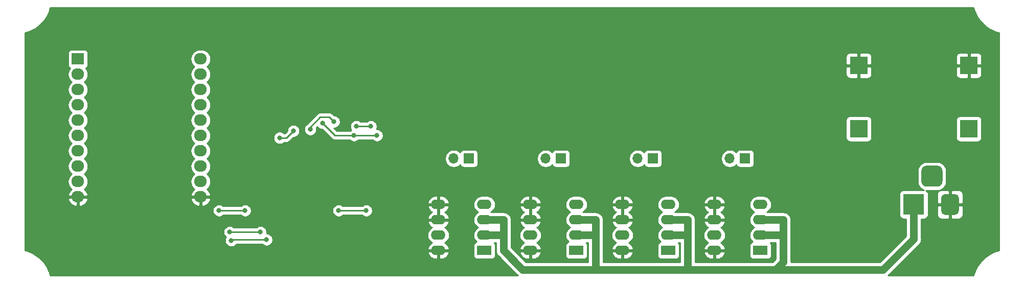
<source format=gbl>
G04 #@! TF.GenerationSoftware,KiCad,Pcbnew,(5.1.9)-1*
G04 #@! TF.CreationDate,2021-03-13T10:24:33-05:00*
G04 #@! TF.ProjectId,Aquarium_Dosing_Pump_Controller,41717561-7269-4756-9d5f-446f73696e67,rev?*
G04 #@! TF.SameCoordinates,Original*
G04 #@! TF.FileFunction,Copper,L2,Bot*
G04 #@! TF.FilePolarity,Positive*
%FSLAX46Y46*%
G04 Gerber Fmt 4.6, Leading zero omitted, Abs format (unit mm)*
G04 Created by KiCad (PCBNEW (5.1.9)-1) date 2021-03-13 10:24:33*
%MOMM*%
%LPD*%
G01*
G04 APERTURE LIST*
G04 #@! TA.AperFunction,ComponentPad*
%ADD10O,2.100000X1.900000*%
G04 #@! TD*
G04 #@! TA.AperFunction,ComponentPad*
%ADD11R,2.100000X1.900000*%
G04 #@! TD*
G04 #@! TA.AperFunction,ComponentPad*
%ADD12R,3.000000X3.000000*%
G04 #@! TD*
G04 #@! TA.AperFunction,ComponentPad*
%ADD13O,2.400000X1.600000*%
G04 #@! TD*
G04 #@! TA.AperFunction,ComponentPad*
%ADD14R,2.400000X1.600000*%
G04 #@! TD*
G04 #@! TA.AperFunction,ComponentPad*
%ADD15O,1.700000X1.700000*%
G04 #@! TD*
G04 #@! TA.AperFunction,ComponentPad*
%ADD16R,1.700000X1.700000*%
G04 #@! TD*
G04 #@! TA.AperFunction,ComponentPad*
%ADD17R,3.500000X3.500000*%
G04 #@! TD*
G04 #@! TA.AperFunction,ViaPad*
%ADD18C,0.838200*%
G04 #@! TD*
G04 #@! TA.AperFunction,Conductor*
%ADD19C,1.270000*%
G04 #@! TD*
G04 #@! TA.AperFunction,Conductor*
%ADD20C,0.254000*%
G04 #@! TD*
G04 #@! TA.AperFunction,Conductor*
%ADD21C,0.635000*%
G04 #@! TD*
G04 #@! TA.AperFunction,Conductor*
%ADD22C,0.100000*%
G04 #@! TD*
G04 APERTURE END LIST*
D10*
X77470000Y-105410000D03*
X57150000Y-105410000D03*
X77470000Y-102870000D03*
X57150000Y-102870000D03*
X77470000Y-100330000D03*
X57150000Y-100330000D03*
X77470000Y-97790000D03*
X57150000Y-97790000D03*
X77470000Y-95250000D03*
X57150000Y-95250000D03*
X77470000Y-92710000D03*
X57150000Y-92710000D03*
X77470000Y-90170000D03*
X57150000Y-90170000D03*
X77470000Y-87630000D03*
X57150000Y-87630000D03*
X77470000Y-85090000D03*
X57150000Y-85090000D03*
X77470000Y-82550000D03*
D11*
X57150000Y-82550000D03*
D12*
X204705000Y-94150000D03*
X204705000Y-83650000D03*
X186455000Y-94150000D03*
X186455000Y-83650000D03*
D13*
X147320000Y-114300000D03*
X154940000Y-106680000D03*
X147320000Y-111760000D03*
X154940000Y-109220000D03*
X147320000Y-109220000D03*
X154940000Y-111760000D03*
X147320000Y-106680000D03*
D14*
X154940000Y-114300000D03*
D13*
X132080000Y-114300000D03*
X139700000Y-106680000D03*
X132080000Y-111760000D03*
X139700000Y-109220000D03*
X132080000Y-109220000D03*
X139700000Y-111760000D03*
X132080000Y-106680000D03*
D14*
X139700000Y-114300000D03*
D13*
X116840000Y-114300000D03*
X124460000Y-106680000D03*
X116840000Y-111760000D03*
X124460000Y-109220000D03*
X116840000Y-109220000D03*
X124460000Y-111760000D03*
X116840000Y-106680000D03*
D14*
X124460000Y-114300000D03*
D13*
X162560000Y-114300000D03*
X170180000Y-106680000D03*
X162560000Y-111760000D03*
X170180000Y-109220000D03*
X162560000Y-109220000D03*
X170180000Y-111760000D03*
X162560000Y-106680000D03*
D14*
X170180000Y-114300000D03*
D15*
X149860000Y-99060000D03*
D16*
X152400000Y-99060000D03*
D15*
X134620000Y-99060000D03*
D16*
X137160000Y-99060000D03*
D15*
X119380000Y-99060000D03*
D16*
X121920000Y-99060000D03*
D15*
X165100000Y-99060000D03*
D16*
X167640000Y-99060000D03*
G04 #@! TA.AperFunction,ComponentPad*
G36*
G01*
X200330000Y-101105000D02*
X200330000Y-102855000D01*
G75*
G02*
X199455000Y-103730000I-875000J0D01*
G01*
X197705000Y-103730000D01*
G75*
G02*
X196830000Y-102855000I0J875000D01*
G01*
X196830000Y-101105000D01*
G75*
G02*
X197705000Y-100230000I875000J0D01*
G01*
X199455000Y-100230000D01*
G75*
G02*
X200330000Y-101105000I0J-875000D01*
G01*
G37*
G04 #@! TD.AperFunction*
G04 #@! TA.AperFunction,ComponentPad*
G36*
G01*
X203080000Y-105680000D02*
X203080000Y-107680000D01*
G75*
G02*
X202330000Y-108430000I-750000J0D01*
G01*
X200830000Y-108430000D01*
G75*
G02*
X200080000Y-107680000I0J750000D01*
G01*
X200080000Y-105680000D01*
G75*
G02*
X200830000Y-104930000I750000J0D01*
G01*
X202330000Y-104930000D01*
G75*
G02*
X203080000Y-105680000I0J-750000D01*
G01*
G37*
G04 #@! TD.AperFunction*
D17*
X195580000Y-106680000D03*
D18*
X143510000Y-104140000D03*
X128270000Y-104140000D03*
X158750000Y-104140000D03*
X173990000Y-103505000D03*
X202565000Y-76200000D03*
X111633000Y-113665000D03*
X171450000Y-93980000D03*
X156845000Y-93980000D03*
X140970000Y-93980000D03*
X126365000Y-93980000D03*
X110490000Y-101600000D03*
X106680000Y-101600000D03*
X93345000Y-100330000D03*
X97155000Y-90805000D03*
X97155000Y-89535000D03*
X97155000Y-88265000D03*
X97155000Y-86995000D03*
X110490000Y-90805000D03*
X110490000Y-89535000D03*
X110490000Y-88265000D03*
X110490000Y-86995000D03*
X110490000Y-85725000D03*
X121920000Y-80645000D03*
X96520000Y-75565000D03*
X106680000Y-95250000D03*
X102870000Y-95250000D03*
X97635000Y-93190000D03*
X105664000Y-93726000D03*
X103251000Y-93726000D03*
X99568000Y-92964000D03*
X95631000Y-94234000D03*
X92837000Y-94488000D03*
X90551000Y-95631000D03*
X88392000Y-112522000D03*
X82550000Y-112649000D03*
X87376000Y-111252000D03*
X82296000Y-111252000D03*
X104902000Y-107696000D03*
X100330000Y-107696000D03*
X84836000Y-107696000D03*
X80518000Y-107696000D03*
X158115000Y-111760000D03*
X142875000Y-111760000D03*
X127635000Y-111760000D03*
X173990029Y-111760029D03*
D19*
X143510000Y-104140000D02*
X143510000Y-103505000D01*
X158750000Y-104140000D02*
X159385000Y-104140000D01*
D20*
X106680000Y-95250000D02*
X102870000Y-95250000D01*
X99695000Y-95250000D02*
X97635000Y-93190000D01*
X102870000Y-95250000D02*
X99695000Y-95250000D01*
X105664000Y-93726000D02*
X103251000Y-93726000D01*
X99568000Y-92964000D02*
X98806000Y-92202000D01*
X98806000Y-92202000D02*
X97282000Y-92202000D01*
X97282000Y-92202000D02*
X95631000Y-93853000D01*
X95631000Y-93853000D02*
X95631000Y-94234000D01*
X92837000Y-94488000D02*
X91694000Y-95631000D01*
X91694000Y-95631000D02*
X90551000Y-95631000D01*
X88392000Y-112522000D02*
X82677000Y-112522000D01*
X82677000Y-112522000D02*
X82550000Y-112649000D01*
X87376000Y-111252000D02*
X82296000Y-111252000D01*
X104902000Y-107696000D02*
X101219000Y-107696000D01*
X101219000Y-107696000D02*
X100330000Y-107696000D01*
X84836000Y-107696000D02*
X80518000Y-107696000D01*
D19*
X195580000Y-106680000D02*
X195580000Y-112395000D01*
X195580000Y-112395000D02*
X190500000Y-117475000D01*
X130810000Y-117475000D02*
X127635000Y-114300000D01*
X127635000Y-109220000D02*
X124460000Y-109220000D01*
X124460000Y-111760000D02*
X127635000Y-111760000D01*
X127635000Y-111760000D02*
X127635000Y-109220000D01*
X127635000Y-114300000D02*
X127635000Y-111760000D01*
X142875000Y-109220000D02*
X142875000Y-111760000D01*
X142875000Y-111760000D02*
X142875000Y-117475000D01*
X142240000Y-117475000D02*
X130810000Y-117475000D01*
X158115000Y-109220000D02*
X158115000Y-111760000D01*
X158115000Y-111760000D02*
X158115000Y-117475000D01*
X157480000Y-117475000D02*
X142240000Y-117475000D01*
X172720000Y-117475000D02*
X157480000Y-117475000D01*
X190500000Y-117475000D02*
X172720000Y-117475000D01*
D21*
X139700000Y-109220000D02*
X140970000Y-109220000D01*
D19*
X140970000Y-109220000D02*
X142875000Y-109220000D01*
X140335000Y-109220000D02*
X140970000Y-109220000D01*
X142240000Y-111760000D02*
X139700000Y-111760000D01*
X154940000Y-109220000D02*
X158115000Y-109220000D01*
X154940000Y-111760000D02*
X158115000Y-111760000D01*
X173990029Y-109220029D02*
X173990029Y-111760029D01*
X173990000Y-109220000D02*
X173990029Y-109220029D01*
X170180000Y-109220000D02*
X173990000Y-109220000D01*
X173990000Y-111760000D02*
X173990029Y-111760029D01*
X170180000Y-111760000D02*
X173990000Y-111760000D01*
X173990000Y-116205000D02*
X173990000Y-109220000D01*
X172720000Y-117475000D02*
X173990000Y-116205000D01*
D20*
X205627168Y-74591610D02*
X205634672Y-74611812D01*
X205639806Y-74632745D01*
X205669570Y-74705756D01*
X205669576Y-74705772D01*
X205669577Y-74705773D01*
X206058100Y-75521100D01*
X206069066Y-75539657D01*
X206077823Y-75559346D01*
X206120055Y-75625948D01*
X206646820Y-76359588D01*
X206660898Y-76375910D01*
X206673004Y-76393737D01*
X206726363Y-76451808D01*
X207374718Y-77080572D01*
X207391468Y-77094146D01*
X207406537Y-77109545D01*
X207469335Y-77157249D01*
X208218788Y-77661260D01*
X208237672Y-77671651D01*
X208255234Y-77684141D01*
X208325488Y-77719971D01*
X209152350Y-78083300D01*
X209172771Y-78090181D01*
X209192272Y-78099366D01*
X209267760Y-78122188D01*
X209646050Y-78213154D01*
X209646049Y-114278137D01*
X209100492Y-114427169D01*
X209080285Y-114434675D01*
X209059356Y-114439808D01*
X208986329Y-114469578D01*
X208171002Y-114858102D01*
X208152446Y-114869066D01*
X208132755Y-114877825D01*
X208066168Y-114920048D01*
X208066153Y-114920057D01*
X208066148Y-114920061D01*
X207332514Y-115446822D01*
X207316191Y-115460901D01*
X207298364Y-115473007D01*
X207240293Y-115526366D01*
X206611530Y-116174722D01*
X206597959Y-116191468D01*
X206582557Y-116206540D01*
X206534854Y-116269339D01*
X206030843Y-117018793D01*
X206020455Y-117037673D01*
X206007962Y-117055238D01*
X205972133Y-117125492D01*
X205608803Y-117952354D01*
X205601920Y-117972781D01*
X205592738Y-117992276D01*
X205569916Y-118067765D01*
X205478950Y-118446053D01*
X191318680Y-118446053D01*
X191402370Y-118377370D01*
X191442141Y-118328909D01*
X196433920Y-113337132D01*
X196482370Y-113297370D01*
X196522132Y-113248920D01*
X196522135Y-113248917D01*
X196596219Y-113158645D01*
X196641075Y-113103988D01*
X196759003Y-112883359D01*
X196780004Y-112814129D01*
X196831623Y-112643964D01*
X196845839Y-112499622D01*
X196850000Y-112457380D01*
X196850000Y-112457373D01*
X196856143Y-112395000D01*
X196850000Y-112332627D01*
X196850000Y-109068072D01*
X197330000Y-109068072D01*
X197454482Y-109055812D01*
X197574180Y-109019502D01*
X197684494Y-108960537D01*
X197781185Y-108881185D01*
X197860537Y-108784494D01*
X197919502Y-108674180D01*
X197955812Y-108554482D01*
X197968072Y-108430000D01*
X199441928Y-108430000D01*
X199454188Y-108554482D01*
X199490498Y-108674180D01*
X199549463Y-108784494D01*
X199628815Y-108881185D01*
X199725506Y-108960537D01*
X199835820Y-109019502D01*
X199955518Y-109055812D01*
X200080000Y-109068072D01*
X201294250Y-109065000D01*
X201453000Y-108906250D01*
X201453000Y-106807000D01*
X201707000Y-106807000D01*
X201707000Y-108906250D01*
X201865750Y-109065000D01*
X203080000Y-109068072D01*
X203204482Y-109055812D01*
X203324180Y-109019502D01*
X203434494Y-108960537D01*
X203531185Y-108881185D01*
X203610537Y-108784494D01*
X203669502Y-108674180D01*
X203705812Y-108554482D01*
X203718072Y-108430000D01*
X203715000Y-106965750D01*
X203556250Y-106807000D01*
X201707000Y-106807000D01*
X201453000Y-106807000D01*
X199603750Y-106807000D01*
X199445000Y-106965750D01*
X199441928Y-108430000D01*
X197968072Y-108430000D01*
X197968072Y-104930000D01*
X199441928Y-104930000D01*
X199445000Y-106394250D01*
X199603750Y-106553000D01*
X201453000Y-106553000D01*
X201453000Y-104453750D01*
X201707000Y-104453750D01*
X201707000Y-106553000D01*
X203556250Y-106553000D01*
X203715000Y-106394250D01*
X203718072Y-104930000D01*
X203705812Y-104805518D01*
X203669502Y-104685820D01*
X203610537Y-104575506D01*
X203531185Y-104478815D01*
X203434494Y-104399463D01*
X203324180Y-104340498D01*
X203204482Y-104304188D01*
X203080000Y-104291928D01*
X201865750Y-104295000D01*
X201707000Y-104453750D01*
X201453000Y-104453750D01*
X201294250Y-104295000D01*
X200080000Y-104291928D01*
X199955518Y-104304188D01*
X199835820Y-104340498D01*
X199725506Y-104399463D01*
X199628815Y-104478815D01*
X199549463Y-104575506D01*
X199490498Y-104685820D01*
X199454188Y-104805518D01*
X199441928Y-104930000D01*
X197968072Y-104930000D01*
X197955812Y-104805518D01*
X197919502Y-104685820D01*
X197860537Y-104575506D01*
X197781185Y-104478815D01*
X197684494Y-104399463D01*
X197607869Y-104358506D01*
X197705000Y-104368072D01*
X199455000Y-104368072D01*
X199750186Y-104338999D01*
X200034028Y-104252896D01*
X200295618Y-104113073D01*
X200524903Y-103924903D01*
X200713073Y-103695618D01*
X200852896Y-103434028D01*
X200938999Y-103150186D01*
X200968072Y-102855000D01*
X200968072Y-101105000D01*
X200938999Y-100809814D01*
X200852896Y-100525972D01*
X200713073Y-100264382D01*
X200524903Y-100035097D01*
X200295618Y-99846927D01*
X200034028Y-99707104D01*
X199750186Y-99621001D01*
X199455000Y-99591928D01*
X197705000Y-99591928D01*
X197409814Y-99621001D01*
X197125972Y-99707104D01*
X196864382Y-99846927D01*
X196635097Y-100035097D01*
X196446927Y-100264382D01*
X196307104Y-100525972D01*
X196221001Y-100809814D01*
X196191928Y-101105000D01*
X196191928Y-102855000D01*
X196221001Y-103150186D01*
X196307104Y-103434028D01*
X196446927Y-103695618D01*
X196635097Y-103924903D01*
X196864382Y-104113073D01*
X197125972Y-104252896D01*
X197254643Y-104291928D01*
X193830000Y-104291928D01*
X193705518Y-104304188D01*
X193585820Y-104340498D01*
X193475506Y-104399463D01*
X193378815Y-104478815D01*
X193299463Y-104575506D01*
X193240498Y-104685820D01*
X193204188Y-104805518D01*
X193191928Y-104930000D01*
X193191928Y-108430000D01*
X193204188Y-108554482D01*
X193240498Y-108674180D01*
X193299463Y-108784494D01*
X193378815Y-108881185D01*
X193475506Y-108960537D01*
X193585820Y-109019502D01*
X193705518Y-109055812D01*
X193830000Y-109068072D01*
X194310000Y-109068072D01*
X194310001Y-111868947D01*
X189973950Y-116205000D01*
X175266143Y-116205000D01*
X175260000Y-116142628D01*
X175260000Y-111822703D01*
X175260029Y-111822409D01*
X175260029Y-111822401D01*
X175266172Y-111760028D01*
X175260029Y-111697656D01*
X175260029Y-109282401D01*
X175266172Y-109220028D01*
X175260029Y-109157656D01*
X175260029Y-109157649D01*
X175241652Y-108971066D01*
X175169032Y-108731670D01*
X175051104Y-108511041D01*
X174892399Y-108317659D01*
X174892383Y-108317646D01*
X174892370Y-108317630D01*
X174698988Y-108158925D01*
X174478359Y-108040997D01*
X174238963Y-107968377D01*
X174052380Y-107950000D01*
X173990000Y-107943856D01*
X173927620Y-107950000D01*
X171248142Y-107950000D01*
X171381101Y-107878932D01*
X171599608Y-107699608D01*
X171778932Y-107481101D01*
X171912182Y-107231808D01*
X171994236Y-106961309D01*
X172021943Y-106680000D01*
X171994236Y-106398691D01*
X171912182Y-106128192D01*
X171778932Y-105878899D01*
X171599608Y-105660392D01*
X171381101Y-105481068D01*
X171131808Y-105347818D01*
X170861309Y-105265764D01*
X170650492Y-105245000D01*
X169709508Y-105245000D01*
X169498691Y-105265764D01*
X169228192Y-105347818D01*
X168978899Y-105481068D01*
X168760392Y-105660392D01*
X168581068Y-105878899D01*
X168447818Y-106128192D01*
X168365764Y-106398691D01*
X168338057Y-106680000D01*
X168365764Y-106961309D01*
X168447818Y-107231808D01*
X168581068Y-107481101D01*
X168760392Y-107699608D01*
X168978899Y-107878932D01*
X169111858Y-107950000D01*
X168978899Y-108021068D01*
X168760392Y-108200392D01*
X168581068Y-108418899D01*
X168447818Y-108668192D01*
X168365764Y-108938691D01*
X168338057Y-109220000D01*
X168365764Y-109501309D01*
X168447818Y-109771808D01*
X168581068Y-110021101D01*
X168760392Y-110239608D01*
X168978899Y-110418932D01*
X169111858Y-110490000D01*
X168978899Y-110561068D01*
X168760392Y-110740392D01*
X168581068Y-110958899D01*
X168447818Y-111208192D01*
X168365764Y-111478691D01*
X168338057Y-111760000D01*
X168365764Y-112041309D01*
X168447818Y-112311808D01*
X168581068Y-112561101D01*
X168760392Y-112779608D01*
X168873482Y-112872419D01*
X168855518Y-112874188D01*
X168735820Y-112910498D01*
X168625506Y-112969463D01*
X168528815Y-113048815D01*
X168449463Y-113145506D01*
X168390498Y-113255820D01*
X168354188Y-113375518D01*
X168341928Y-113500000D01*
X168341928Y-115100000D01*
X168354188Y-115224482D01*
X168390498Y-115344180D01*
X168449463Y-115454494D01*
X168528815Y-115551185D01*
X168625506Y-115630537D01*
X168735820Y-115689502D01*
X168855518Y-115725812D01*
X168980000Y-115738072D01*
X171380000Y-115738072D01*
X171504482Y-115725812D01*
X171624180Y-115689502D01*
X171734494Y-115630537D01*
X171831185Y-115551185D01*
X171910537Y-115454494D01*
X171969502Y-115344180D01*
X172005812Y-115224482D01*
X172018072Y-115100000D01*
X172018072Y-113500000D01*
X172005812Y-113375518D01*
X171969502Y-113255820D01*
X171910537Y-113145506D01*
X171831185Y-113048815D01*
X171808259Y-113030000D01*
X172720000Y-113030000D01*
X172720000Y-115678949D01*
X172193950Y-116205000D01*
X159385000Y-116205000D01*
X159385000Y-114649039D01*
X160768096Y-114649039D01*
X160785633Y-114731818D01*
X160896285Y-114991646D01*
X161055500Y-115224895D01*
X161257161Y-115422601D01*
X161493517Y-115577166D01*
X161755486Y-115682650D01*
X162033000Y-115735000D01*
X162433000Y-115735000D01*
X162433000Y-114427000D01*
X162687000Y-114427000D01*
X162687000Y-115735000D01*
X163087000Y-115735000D01*
X163364514Y-115682650D01*
X163626483Y-115577166D01*
X163862839Y-115422601D01*
X164064500Y-115224895D01*
X164223715Y-114991646D01*
X164334367Y-114731818D01*
X164351904Y-114649039D01*
X164229915Y-114427000D01*
X162687000Y-114427000D01*
X162433000Y-114427000D01*
X160890085Y-114427000D01*
X160768096Y-114649039D01*
X159385000Y-114649039D01*
X159385000Y-111822379D01*
X159391144Y-111760000D01*
X160718057Y-111760000D01*
X160745764Y-112041309D01*
X160827818Y-112311808D01*
X160961068Y-112561101D01*
X161140392Y-112779608D01*
X161358899Y-112958932D01*
X161486741Y-113027265D01*
X161257161Y-113177399D01*
X161055500Y-113375105D01*
X160896285Y-113608354D01*
X160785633Y-113868182D01*
X160768096Y-113950961D01*
X160890085Y-114173000D01*
X162433000Y-114173000D01*
X162433000Y-114153000D01*
X162687000Y-114153000D01*
X162687000Y-114173000D01*
X164229915Y-114173000D01*
X164351904Y-113950961D01*
X164334367Y-113868182D01*
X164223715Y-113608354D01*
X164064500Y-113375105D01*
X163862839Y-113177399D01*
X163633259Y-113027265D01*
X163761101Y-112958932D01*
X163979608Y-112779608D01*
X164158932Y-112561101D01*
X164292182Y-112311808D01*
X164374236Y-112041309D01*
X164401943Y-111760000D01*
X164374236Y-111478691D01*
X164292182Y-111208192D01*
X164158932Y-110958899D01*
X163979608Y-110740392D01*
X163761101Y-110561068D01*
X163633259Y-110492735D01*
X163862839Y-110342601D01*
X164064500Y-110144895D01*
X164223715Y-109911646D01*
X164334367Y-109651818D01*
X164351904Y-109569039D01*
X164229915Y-109347000D01*
X162687000Y-109347000D01*
X162687000Y-109367000D01*
X162433000Y-109367000D01*
X162433000Y-109347000D01*
X160890085Y-109347000D01*
X160768096Y-109569039D01*
X160785633Y-109651818D01*
X160896285Y-109911646D01*
X161055500Y-110144895D01*
X161257161Y-110342601D01*
X161486741Y-110492735D01*
X161358899Y-110561068D01*
X161140392Y-110740392D01*
X160961068Y-110958899D01*
X160827818Y-111208192D01*
X160745764Y-111478691D01*
X160718057Y-111760000D01*
X159391144Y-111760000D01*
X159385000Y-111697620D01*
X159385000Y-109282380D01*
X159391144Y-109220000D01*
X159366623Y-108971037D01*
X159294003Y-108731641D01*
X159176075Y-108511012D01*
X159017370Y-108317630D01*
X158823988Y-108158925D01*
X158603359Y-108040997D01*
X158363963Y-107968377D01*
X158177380Y-107950000D01*
X158115000Y-107943856D01*
X158052620Y-107950000D01*
X156008142Y-107950000D01*
X156141101Y-107878932D01*
X156359608Y-107699608D01*
X156538932Y-107481101D01*
X156672182Y-107231808D01*
X156733690Y-107029039D01*
X160768096Y-107029039D01*
X160785633Y-107111818D01*
X160896285Y-107371646D01*
X161055500Y-107604895D01*
X161257161Y-107802601D01*
X161482559Y-107950000D01*
X161257161Y-108097399D01*
X161055500Y-108295105D01*
X160896285Y-108528354D01*
X160785633Y-108788182D01*
X160768096Y-108870961D01*
X160890085Y-109093000D01*
X162433000Y-109093000D01*
X162433000Y-106807000D01*
X162687000Y-106807000D01*
X162687000Y-109093000D01*
X164229915Y-109093000D01*
X164351904Y-108870961D01*
X164334367Y-108788182D01*
X164223715Y-108528354D01*
X164064500Y-108295105D01*
X163862839Y-108097399D01*
X163637441Y-107950000D01*
X163862839Y-107802601D01*
X164064500Y-107604895D01*
X164223715Y-107371646D01*
X164334367Y-107111818D01*
X164351904Y-107029039D01*
X164229915Y-106807000D01*
X162687000Y-106807000D01*
X162433000Y-106807000D01*
X160890085Y-106807000D01*
X160768096Y-107029039D01*
X156733690Y-107029039D01*
X156754236Y-106961309D01*
X156781943Y-106680000D01*
X156754236Y-106398691D01*
X156733691Y-106330961D01*
X160768096Y-106330961D01*
X160890085Y-106553000D01*
X162433000Y-106553000D01*
X162433000Y-105245000D01*
X162687000Y-105245000D01*
X162687000Y-106553000D01*
X164229915Y-106553000D01*
X164351904Y-106330961D01*
X164334367Y-106248182D01*
X164223715Y-105988354D01*
X164064500Y-105755105D01*
X163862839Y-105557399D01*
X163626483Y-105402834D01*
X163364514Y-105297350D01*
X163087000Y-105245000D01*
X162687000Y-105245000D01*
X162433000Y-105245000D01*
X162033000Y-105245000D01*
X161755486Y-105297350D01*
X161493517Y-105402834D01*
X161257161Y-105557399D01*
X161055500Y-105755105D01*
X160896285Y-105988354D01*
X160785633Y-106248182D01*
X160768096Y-106330961D01*
X156733691Y-106330961D01*
X156672182Y-106128192D01*
X156538932Y-105878899D01*
X156359608Y-105660392D01*
X156141101Y-105481068D01*
X155891808Y-105347818D01*
X155621309Y-105265764D01*
X155410492Y-105245000D01*
X154469508Y-105245000D01*
X154258691Y-105265764D01*
X153988192Y-105347818D01*
X153738899Y-105481068D01*
X153520392Y-105660392D01*
X153341068Y-105878899D01*
X153207818Y-106128192D01*
X153125764Y-106398691D01*
X153098057Y-106680000D01*
X153125764Y-106961309D01*
X153207818Y-107231808D01*
X153341068Y-107481101D01*
X153520392Y-107699608D01*
X153738899Y-107878932D01*
X153871858Y-107950000D01*
X153738899Y-108021068D01*
X153520392Y-108200392D01*
X153341068Y-108418899D01*
X153207818Y-108668192D01*
X153125764Y-108938691D01*
X153098057Y-109220000D01*
X153125764Y-109501309D01*
X153207818Y-109771808D01*
X153341068Y-110021101D01*
X153520392Y-110239608D01*
X153738899Y-110418932D01*
X153871858Y-110490000D01*
X153738899Y-110561068D01*
X153520392Y-110740392D01*
X153341068Y-110958899D01*
X153207818Y-111208192D01*
X153125764Y-111478691D01*
X153098057Y-111760000D01*
X153125764Y-112041309D01*
X153207818Y-112311808D01*
X153341068Y-112561101D01*
X153520392Y-112779608D01*
X153633482Y-112872419D01*
X153615518Y-112874188D01*
X153495820Y-112910498D01*
X153385506Y-112969463D01*
X153288815Y-113048815D01*
X153209463Y-113145506D01*
X153150498Y-113255820D01*
X153114188Y-113375518D01*
X153101928Y-113500000D01*
X153101928Y-115100000D01*
X153114188Y-115224482D01*
X153150498Y-115344180D01*
X153209463Y-115454494D01*
X153288815Y-115551185D01*
X153385506Y-115630537D01*
X153495820Y-115689502D01*
X153615518Y-115725812D01*
X153740000Y-115738072D01*
X156140000Y-115738072D01*
X156264482Y-115725812D01*
X156384180Y-115689502D01*
X156494494Y-115630537D01*
X156591185Y-115551185D01*
X156670537Y-115454494D01*
X156729502Y-115344180D01*
X156765812Y-115224482D01*
X156778072Y-115100000D01*
X156778072Y-113500000D01*
X156765812Y-113375518D01*
X156729502Y-113255820D01*
X156670537Y-113145506D01*
X156591185Y-113048815D01*
X156568259Y-113030000D01*
X156845000Y-113030000D01*
X156845001Y-116205000D01*
X144145000Y-116205000D01*
X144145000Y-114649039D01*
X145528096Y-114649039D01*
X145545633Y-114731818D01*
X145656285Y-114991646D01*
X145815500Y-115224895D01*
X146017161Y-115422601D01*
X146253517Y-115577166D01*
X146515486Y-115682650D01*
X146793000Y-115735000D01*
X147193000Y-115735000D01*
X147193000Y-114427000D01*
X147447000Y-114427000D01*
X147447000Y-115735000D01*
X147847000Y-115735000D01*
X148124514Y-115682650D01*
X148386483Y-115577166D01*
X148622839Y-115422601D01*
X148824500Y-115224895D01*
X148983715Y-114991646D01*
X149094367Y-114731818D01*
X149111904Y-114649039D01*
X148989915Y-114427000D01*
X147447000Y-114427000D01*
X147193000Y-114427000D01*
X145650085Y-114427000D01*
X145528096Y-114649039D01*
X144145000Y-114649039D01*
X144145000Y-111760000D01*
X145478057Y-111760000D01*
X145505764Y-112041309D01*
X145587818Y-112311808D01*
X145721068Y-112561101D01*
X145900392Y-112779608D01*
X146118899Y-112958932D01*
X146246741Y-113027265D01*
X146017161Y-113177399D01*
X145815500Y-113375105D01*
X145656285Y-113608354D01*
X145545633Y-113868182D01*
X145528096Y-113950961D01*
X145650085Y-114173000D01*
X147193000Y-114173000D01*
X147193000Y-114153000D01*
X147447000Y-114153000D01*
X147447000Y-114173000D01*
X148989915Y-114173000D01*
X149111904Y-113950961D01*
X149094367Y-113868182D01*
X148983715Y-113608354D01*
X148824500Y-113375105D01*
X148622839Y-113177399D01*
X148393259Y-113027265D01*
X148521101Y-112958932D01*
X148739608Y-112779608D01*
X148918932Y-112561101D01*
X149052182Y-112311808D01*
X149134236Y-112041309D01*
X149161943Y-111760000D01*
X149134236Y-111478691D01*
X149052182Y-111208192D01*
X148918932Y-110958899D01*
X148739608Y-110740392D01*
X148521101Y-110561068D01*
X148393259Y-110492735D01*
X148622839Y-110342601D01*
X148824500Y-110144895D01*
X148983715Y-109911646D01*
X149094367Y-109651818D01*
X149111904Y-109569039D01*
X148989915Y-109347000D01*
X147447000Y-109347000D01*
X147447000Y-109367000D01*
X147193000Y-109367000D01*
X147193000Y-109347000D01*
X145650085Y-109347000D01*
X145528096Y-109569039D01*
X145545633Y-109651818D01*
X145656285Y-109911646D01*
X145815500Y-110144895D01*
X146017161Y-110342601D01*
X146246741Y-110492735D01*
X146118899Y-110561068D01*
X145900392Y-110740392D01*
X145721068Y-110958899D01*
X145587818Y-111208192D01*
X145505764Y-111478691D01*
X145478057Y-111760000D01*
X144145000Y-111760000D01*
X144145000Y-109282380D01*
X144151144Y-109220000D01*
X144126623Y-108971037D01*
X144054003Y-108731641D01*
X143936075Y-108511012D01*
X143777370Y-108317630D01*
X143583988Y-108158925D01*
X143363359Y-108040997D01*
X143123963Y-107968377D01*
X142937380Y-107950000D01*
X142875000Y-107943856D01*
X142812620Y-107950000D01*
X140768142Y-107950000D01*
X140901101Y-107878932D01*
X141119608Y-107699608D01*
X141298932Y-107481101D01*
X141432182Y-107231808D01*
X141493690Y-107029039D01*
X145528096Y-107029039D01*
X145545633Y-107111818D01*
X145656285Y-107371646D01*
X145815500Y-107604895D01*
X146017161Y-107802601D01*
X146242559Y-107950000D01*
X146017161Y-108097399D01*
X145815500Y-108295105D01*
X145656285Y-108528354D01*
X145545633Y-108788182D01*
X145528096Y-108870961D01*
X145650085Y-109093000D01*
X147193000Y-109093000D01*
X147193000Y-106807000D01*
X147447000Y-106807000D01*
X147447000Y-109093000D01*
X148989915Y-109093000D01*
X149111904Y-108870961D01*
X149094367Y-108788182D01*
X148983715Y-108528354D01*
X148824500Y-108295105D01*
X148622839Y-108097399D01*
X148397441Y-107950000D01*
X148622839Y-107802601D01*
X148824500Y-107604895D01*
X148983715Y-107371646D01*
X149094367Y-107111818D01*
X149111904Y-107029039D01*
X148989915Y-106807000D01*
X147447000Y-106807000D01*
X147193000Y-106807000D01*
X145650085Y-106807000D01*
X145528096Y-107029039D01*
X141493690Y-107029039D01*
X141514236Y-106961309D01*
X141541943Y-106680000D01*
X141514236Y-106398691D01*
X141493691Y-106330961D01*
X145528096Y-106330961D01*
X145650085Y-106553000D01*
X147193000Y-106553000D01*
X147193000Y-105245000D01*
X147447000Y-105245000D01*
X147447000Y-106553000D01*
X148989915Y-106553000D01*
X149111904Y-106330961D01*
X149094367Y-106248182D01*
X148983715Y-105988354D01*
X148824500Y-105755105D01*
X148622839Y-105557399D01*
X148386483Y-105402834D01*
X148124514Y-105297350D01*
X147847000Y-105245000D01*
X147447000Y-105245000D01*
X147193000Y-105245000D01*
X146793000Y-105245000D01*
X146515486Y-105297350D01*
X146253517Y-105402834D01*
X146017161Y-105557399D01*
X145815500Y-105755105D01*
X145656285Y-105988354D01*
X145545633Y-106248182D01*
X145528096Y-106330961D01*
X141493691Y-106330961D01*
X141432182Y-106128192D01*
X141298932Y-105878899D01*
X141119608Y-105660392D01*
X140901101Y-105481068D01*
X140651808Y-105347818D01*
X140381309Y-105265764D01*
X140170492Y-105245000D01*
X139229508Y-105245000D01*
X139018691Y-105265764D01*
X138748192Y-105347818D01*
X138498899Y-105481068D01*
X138280392Y-105660392D01*
X138101068Y-105878899D01*
X137967818Y-106128192D01*
X137885764Y-106398691D01*
X137858057Y-106680000D01*
X137885764Y-106961309D01*
X137967818Y-107231808D01*
X138101068Y-107481101D01*
X138280392Y-107699608D01*
X138498899Y-107878932D01*
X138631858Y-107950000D01*
X138498899Y-108021068D01*
X138280392Y-108200392D01*
X138101068Y-108418899D01*
X137967818Y-108668192D01*
X137885764Y-108938691D01*
X137858057Y-109220000D01*
X137885764Y-109501309D01*
X137967818Y-109771808D01*
X138101068Y-110021101D01*
X138280392Y-110239608D01*
X138498899Y-110418932D01*
X138631858Y-110490000D01*
X138498899Y-110561068D01*
X138280392Y-110740392D01*
X138101068Y-110958899D01*
X137967818Y-111208192D01*
X137885764Y-111478691D01*
X137858057Y-111760000D01*
X137885764Y-112041309D01*
X137967818Y-112311808D01*
X138101068Y-112561101D01*
X138280392Y-112779608D01*
X138393482Y-112872419D01*
X138375518Y-112874188D01*
X138255820Y-112910498D01*
X138145506Y-112969463D01*
X138048815Y-113048815D01*
X137969463Y-113145506D01*
X137910498Y-113255820D01*
X137874188Y-113375518D01*
X137861928Y-113500000D01*
X137861928Y-115100000D01*
X137874188Y-115224482D01*
X137910498Y-115344180D01*
X137969463Y-115454494D01*
X138048815Y-115551185D01*
X138145506Y-115630537D01*
X138255820Y-115689502D01*
X138375518Y-115725812D01*
X138500000Y-115738072D01*
X140900000Y-115738072D01*
X141024482Y-115725812D01*
X141144180Y-115689502D01*
X141254494Y-115630537D01*
X141351185Y-115551185D01*
X141430537Y-115454494D01*
X141489502Y-115344180D01*
X141525812Y-115224482D01*
X141538072Y-115100000D01*
X141538072Y-113500000D01*
X141525812Y-113375518D01*
X141489502Y-113255820D01*
X141430537Y-113145506D01*
X141351185Y-113048815D01*
X141328259Y-113030000D01*
X141605000Y-113030000D01*
X141605001Y-116205000D01*
X131336051Y-116205000D01*
X129780090Y-114649039D01*
X130288096Y-114649039D01*
X130305633Y-114731818D01*
X130416285Y-114991646D01*
X130575500Y-115224895D01*
X130777161Y-115422601D01*
X131013517Y-115577166D01*
X131275486Y-115682650D01*
X131553000Y-115735000D01*
X131953000Y-115735000D01*
X131953000Y-114427000D01*
X132207000Y-114427000D01*
X132207000Y-115735000D01*
X132607000Y-115735000D01*
X132884514Y-115682650D01*
X133146483Y-115577166D01*
X133382839Y-115422601D01*
X133584500Y-115224895D01*
X133743715Y-114991646D01*
X133854367Y-114731818D01*
X133871904Y-114649039D01*
X133749915Y-114427000D01*
X132207000Y-114427000D01*
X131953000Y-114427000D01*
X130410085Y-114427000D01*
X130288096Y-114649039D01*
X129780090Y-114649039D01*
X128905000Y-113773950D01*
X128905000Y-111822379D01*
X128911144Y-111760000D01*
X130238057Y-111760000D01*
X130265764Y-112041309D01*
X130347818Y-112311808D01*
X130481068Y-112561101D01*
X130660392Y-112779608D01*
X130878899Y-112958932D01*
X131006741Y-113027265D01*
X130777161Y-113177399D01*
X130575500Y-113375105D01*
X130416285Y-113608354D01*
X130305633Y-113868182D01*
X130288096Y-113950961D01*
X130410085Y-114173000D01*
X131953000Y-114173000D01*
X131953000Y-114153000D01*
X132207000Y-114153000D01*
X132207000Y-114173000D01*
X133749915Y-114173000D01*
X133871904Y-113950961D01*
X133854367Y-113868182D01*
X133743715Y-113608354D01*
X133584500Y-113375105D01*
X133382839Y-113177399D01*
X133153259Y-113027265D01*
X133281101Y-112958932D01*
X133499608Y-112779608D01*
X133678932Y-112561101D01*
X133812182Y-112311808D01*
X133894236Y-112041309D01*
X133921943Y-111760000D01*
X133894236Y-111478691D01*
X133812182Y-111208192D01*
X133678932Y-110958899D01*
X133499608Y-110740392D01*
X133281101Y-110561068D01*
X133153259Y-110492735D01*
X133382839Y-110342601D01*
X133584500Y-110144895D01*
X133743715Y-109911646D01*
X133854367Y-109651818D01*
X133871904Y-109569039D01*
X133749915Y-109347000D01*
X132207000Y-109347000D01*
X132207000Y-109367000D01*
X131953000Y-109367000D01*
X131953000Y-109347000D01*
X130410085Y-109347000D01*
X130288096Y-109569039D01*
X130305633Y-109651818D01*
X130416285Y-109911646D01*
X130575500Y-110144895D01*
X130777161Y-110342601D01*
X131006741Y-110492735D01*
X130878899Y-110561068D01*
X130660392Y-110740392D01*
X130481068Y-110958899D01*
X130347818Y-111208192D01*
X130265764Y-111478691D01*
X130238057Y-111760000D01*
X128911144Y-111760000D01*
X128905000Y-111697620D01*
X128905000Y-109282380D01*
X128911144Y-109220000D01*
X128886623Y-108971037D01*
X128814003Y-108731641D01*
X128696075Y-108511012D01*
X128537370Y-108317630D01*
X128343988Y-108158925D01*
X128123359Y-108040997D01*
X127883963Y-107968377D01*
X127697380Y-107950000D01*
X127635000Y-107943856D01*
X127572620Y-107950000D01*
X125528142Y-107950000D01*
X125661101Y-107878932D01*
X125879608Y-107699608D01*
X126058932Y-107481101D01*
X126192182Y-107231808D01*
X126253690Y-107029039D01*
X130288096Y-107029039D01*
X130305633Y-107111818D01*
X130416285Y-107371646D01*
X130575500Y-107604895D01*
X130777161Y-107802601D01*
X131002559Y-107950000D01*
X130777161Y-108097399D01*
X130575500Y-108295105D01*
X130416285Y-108528354D01*
X130305633Y-108788182D01*
X130288096Y-108870961D01*
X130410085Y-109093000D01*
X131953000Y-109093000D01*
X131953000Y-106807000D01*
X132207000Y-106807000D01*
X132207000Y-109093000D01*
X133749915Y-109093000D01*
X133871904Y-108870961D01*
X133854367Y-108788182D01*
X133743715Y-108528354D01*
X133584500Y-108295105D01*
X133382839Y-108097399D01*
X133157441Y-107950000D01*
X133382839Y-107802601D01*
X133584500Y-107604895D01*
X133743715Y-107371646D01*
X133854367Y-107111818D01*
X133871904Y-107029039D01*
X133749915Y-106807000D01*
X132207000Y-106807000D01*
X131953000Y-106807000D01*
X130410085Y-106807000D01*
X130288096Y-107029039D01*
X126253690Y-107029039D01*
X126274236Y-106961309D01*
X126301943Y-106680000D01*
X126274236Y-106398691D01*
X126253691Y-106330961D01*
X130288096Y-106330961D01*
X130410085Y-106553000D01*
X131953000Y-106553000D01*
X131953000Y-105245000D01*
X132207000Y-105245000D01*
X132207000Y-106553000D01*
X133749915Y-106553000D01*
X133871904Y-106330961D01*
X133854367Y-106248182D01*
X133743715Y-105988354D01*
X133584500Y-105755105D01*
X133382839Y-105557399D01*
X133146483Y-105402834D01*
X132884514Y-105297350D01*
X132607000Y-105245000D01*
X132207000Y-105245000D01*
X131953000Y-105245000D01*
X131553000Y-105245000D01*
X131275486Y-105297350D01*
X131013517Y-105402834D01*
X130777161Y-105557399D01*
X130575500Y-105755105D01*
X130416285Y-105988354D01*
X130305633Y-106248182D01*
X130288096Y-106330961D01*
X126253691Y-106330961D01*
X126192182Y-106128192D01*
X126058932Y-105878899D01*
X125879608Y-105660392D01*
X125661101Y-105481068D01*
X125411808Y-105347818D01*
X125141309Y-105265764D01*
X124930492Y-105245000D01*
X123989508Y-105245000D01*
X123778691Y-105265764D01*
X123508192Y-105347818D01*
X123258899Y-105481068D01*
X123040392Y-105660392D01*
X122861068Y-105878899D01*
X122727818Y-106128192D01*
X122645764Y-106398691D01*
X122618057Y-106680000D01*
X122645764Y-106961309D01*
X122727818Y-107231808D01*
X122861068Y-107481101D01*
X123040392Y-107699608D01*
X123258899Y-107878932D01*
X123391858Y-107950000D01*
X123258899Y-108021068D01*
X123040392Y-108200392D01*
X122861068Y-108418899D01*
X122727818Y-108668192D01*
X122645764Y-108938691D01*
X122618057Y-109220000D01*
X122645764Y-109501309D01*
X122727818Y-109771808D01*
X122861068Y-110021101D01*
X123040392Y-110239608D01*
X123258899Y-110418932D01*
X123391858Y-110490000D01*
X123258899Y-110561068D01*
X123040392Y-110740392D01*
X122861068Y-110958899D01*
X122727818Y-111208192D01*
X122645764Y-111478691D01*
X122618057Y-111760000D01*
X122645764Y-112041309D01*
X122727818Y-112311808D01*
X122861068Y-112561101D01*
X123040392Y-112779608D01*
X123153482Y-112872419D01*
X123135518Y-112874188D01*
X123015820Y-112910498D01*
X122905506Y-112969463D01*
X122808815Y-113048815D01*
X122729463Y-113145506D01*
X122670498Y-113255820D01*
X122634188Y-113375518D01*
X122621928Y-113500000D01*
X122621928Y-115100000D01*
X122634188Y-115224482D01*
X122670498Y-115344180D01*
X122729463Y-115454494D01*
X122808815Y-115551185D01*
X122905506Y-115630537D01*
X123015820Y-115689502D01*
X123135518Y-115725812D01*
X123260000Y-115738072D01*
X125660000Y-115738072D01*
X125784482Y-115725812D01*
X125904180Y-115689502D01*
X126014494Y-115630537D01*
X126111185Y-115551185D01*
X126190537Y-115454494D01*
X126249502Y-115344180D01*
X126285812Y-115224482D01*
X126298072Y-115100000D01*
X126298072Y-113500000D01*
X126285812Y-113375518D01*
X126249502Y-113255820D01*
X126190537Y-113145506D01*
X126111185Y-113048815D01*
X126088259Y-113030000D01*
X126365000Y-113030000D01*
X126365000Y-114237627D01*
X126358857Y-114300000D01*
X126365000Y-114362373D01*
X126365000Y-114362379D01*
X126383377Y-114548962D01*
X126455997Y-114788358D01*
X126573925Y-115008987D01*
X126732630Y-115202370D01*
X126781091Y-115242141D01*
X129867863Y-118328914D01*
X129907630Y-118377370D01*
X129991320Y-118446053D01*
X52573963Y-118446053D01*
X52424931Y-117900496D01*
X52417426Y-117880294D01*
X52412293Y-117859362D01*
X52382523Y-117786334D01*
X51993999Y-116971006D01*
X51983037Y-116952454D01*
X51974276Y-116932758D01*
X51932044Y-116866156D01*
X51405279Y-116132517D01*
X51391201Y-116116195D01*
X51379095Y-116098368D01*
X51325750Y-116040313D01*
X51325736Y-116040297D01*
X51325730Y-116040292D01*
X50677380Y-115411535D01*
X50660634Y-115397964D01*
X50645562Y-115382562D01*
X50582763Y-115334858D01*
X49833309Y-114830846D01*
X49814425Y-114820455D01*
X49796863Y-114807965D01*
X49726623Y-114772143D01*
X49726610Y-114772136D01*
X49726606Y-114772135D01*
X49446466Y-114649039D01*
X115048096Y-114649039D01*
X115065633Y-114731818D01*
X115176285Y-114991646D01*
X115335500Y-115224895D01*
X115537161Y-115422601D01*
X115773517Y-115577166D01*
X116035486Y-115682650D01*
X116313000Y-115735000D01*
X116713000Y-115735000D01*
X116713000Y-114427000D01*
X116967000Y-114427000D01*
X116967000Y-115735000D01*
X117367000Y-115735000D01*
X117644514Y-115682650D01*
X117906483Y-115577166D01*
X118142839Y-115422601D01*
X118344500Y-115224895D01*
X118503715Y-114991646D01*
X118614367Y-114731818D01*
X118631904Y-114649039D01*
X118509915Y-114427000D01*
X116967000Y-114427000D01*
X116713000Y-114427000D01*
X115170085Y-114427000D01*
X115048096Y-114649039D01*
X49446466Y-114649039D01*
X48899747Y-114408807D01*
X48879322Y-114401925D01*
X48859826Y-114392742D01*
X48784338Y-114369920D01*
X48406049Y-114278954D01*
X48406049Y-111148180D01*
X81241900Y-111148180D01*
X81241900Y-111355820D01*
X81282409Y-111559470D01*
X81361869Y-111751303D01*
X81477227Y-111923949D01*
X81624051Y-112070773D01*
X81654853Y-112091354D01*
X81615869Y-112149697D01*
X81536409Y-112341530D01*
X81495900Y-112545180D01*
X81495900Y-112752820D01*
X81536409Y-112956470D01*
X81615869Y-113148303D01*
X81731227Y-113320949D01*
X81878051Y-113467773D01*
X82050697Y-113583131D01*
X82242530Y-113662591D01*
X82446180Y-113703100D01*
X82653820Y-113703100D01*
X82857470Y-113662591D01*
X83049303Y-113583131D01*
X83221949Y-113467773D01*
X83368773Y-113320949D01*
X83393461Y-113284000D01*
X87663278Y-113284000D01*
X87720051Y-113340773D01*
X87892697Y-113456131D01*
X88084530Y-113535591D01*
X88288180Y-113576100D01*
X88495820Y-113576100D01*
X88699470Y-113535591D01*
X88891303Y-113456131D01*
X89063949Y-113340773D01*
X89210773Y-113193949D01*
X89326131Y-113021303D01*
X89405591Y-112829470D01*
X89446100Y-112625820D01*
X89446100Y-112418180D01*
X89405591Y-112214530D01*
X89326131Y-112022697D01*
X89210773Y-111850051D01*
X89120722Y-111760000D01*
X114998057Y-111760000D01*
X115025764Y-112041309D01*
X115107818Y-112311808D01*
X115241068Y-112561101D01*
X115420392Y-112779608D01*
X115638899Y-112958932D01*
X115766741Y-113027265D01*
X115537161Y-113177399D01*
X115335500Y-113375105D01*
X115176285Y-113608354D01*
X115065633Y-113868182D01*
X115048096Y-113950961D01*
X115170085Y-114173000D01*
X116713000Y-114173000D01*
X116713000Y-114153000D01*
X116967000Y-114153000D01*
X116967000Y-114173000D01*
X118509915Y-114173000D01*
X118631904Y-113950961D01*
X118614367Y-113868182D01*
X118503715Y-113608354D01*
X118344500Y-113375105D01*
X118142839Y-113177399D01*
X117913259Y-113027265D01*
X118041101Y-112958932D01*
X118259608Y-112779608D01*
X118438932Y-112561101D01*
X118572182Y-112311808D01*
X118654236Y-112041309D01*
X118681943Y-111760000D01*
X118654236Y-111478691D01*
X118572182Y-111208192D01*
X118438932Y-110958899D01*
X118259608Y-110740392D01*
X118041101Y-110561068D01*
X117913259Y-110492735D01*
X118142839Y-110342601D01*
X118344500Y-110144895D01*
X118503715Y-109911646D01*
X118614367Y-109651818D01*
X118631904Y-109569039D01*
X118509915Y-109347000D01*
X116967000Y-109347000D01*
X116967000Y-109367000D01*
X116713000Y-109367000D01*
X116713000Y-109347000D01*
X115170085Y-109347000D01*
X115048096Y-109569039D01*
X115065633Y-109651818D01*
X115176285Y-109911646D01*
X115335500Y-110144895D01*
X115537161Y-110342601D01*
X115766741Y-110492735D01*
X115638899Y-110561068D01*
X115420392Y-110740392D01*
X115241068Y-110958899D01*
X115107818Y-111208192D01*
X115025764Y-111478691D01*
X114998057Y-111760000D01*
X89120722Y-111760000D01*
X89063949Y-111703227D01*
X88891303Y-111587869D01*
X88699470Y-111508409D01*
X88495820Y-111467900D01*
X88407806Y-111467900D01*
X88430100Y-111355820D01*
X88430100Y-111148180D01*
X88389591Y-110944530D01*
X88310131Y-110752697D01*
X88194773Y-110580051D01*
X88047949Y-110433227D01*
X87875303Y-110317869D01*
X87683470Y-110238409D01*
X87479820Y-110197900D01*
X87272180Y-110197900D01*
X87068530Y-110238409D01*
X86876697Y-110317869D01*
X86704051Y-110433227D01*
X86647278Y-110490000D01*
X83024722Y-110490000D01*
X82967949Y-110433227D01*
X82795303Y-110317869D01*
X82603470Y-110238409D01*
X82399820Y-110197900D01*
X82192180Y-110197900D01*
X81988530Y-110238409D01*
X81796697Y-110317869D01*
X81624051Y-110433227D01*
X81477227Y-110580051D01*
X81361869Y-110752697D01*
X81282409Y-110944530D01*
X81241900Y-111148180D01*
X48406049Y-111148180D01*
X48406049Y-107592180D01*
X79463900Y-107592180D01*
X79463900Y-107799820D01*
X79504409Y-108003470D01*
X79583869Y-108195303D01*
X79699227Y-108367949D01*
X79846051Y-108514773D01*
X80018697Y-108630131D01*
X80210530Y-108709591D01*
X80414180Y-108750100D01*
X80621820Y-108750100D01*
X80825470Y-108709591D01*
X81017303Y-108630131D01*
X81189949Y-108514773D01*
X81246722Y-108458000D01*
X84107278Y-108458000D01*
X84164051Y-108514773D01*
X84336697Y-108630131D01*
X84528530Y-108709591D01*
X84732180Y-108750100D01*
X84939820Y-108750100D01*
X85143470Y-108709591D01*
X85335303Y-108630131D01*
X85507949Y-108514773D01*
X85654773Y-108367949D01*
X85770131Y-108195303D01*
X85849591Y-108003470D01*
X85890100Y-107799820D01*
X85890100Y-107592180D01*
X99275900Y-107592180D01*
X99275900Y-107799820D01*
X99316409Y-108003470D01*
X99395869Y-108195303D01*
X99511227Y-108367949D01*
X99658051Y-108514773D01*
X99830697Y-108630131D01*
X100022530Y-108709591D01*
X100226180Y-108750100D01*
X100433820Y-108750100D01*
X100637470Y-108709591D01*
X100829303Y-108630131D01*
X101001949Y-108514773D01*
X101058722Y-108458000D01*
X104173278Y-108458000D01*
X104230051Y-108514773D01*
X104402697Y-108630131D01*
X104594530Y-108709591D01*
X104798180Y-108750100D01*
X105005820Y-108750100D01*
X105209470Y-108709591D01*
X105401303Y-108630131D01*
X105573949Y-108514773D01*
X105720773Y-108367949D01*
X105836131Y-108195303D01*
X105915591Y-108003470D01*
X105956100Y-107799820D01*
X105956100Y-107592180D01*
X105915591Y-107388530D01*
X105836131Y-107196697D01*
X105724106Y-107029039D01*
X115048096Y-107029039D01*
X115065633Y-107111818D01*
X115176285Y-107371646D01*
X115335500Y-107604895D01*
X115537161Y-107802601D01*
X115762559Y-107950000D01*
X115537161Y-108097399D01*
X115335500Y-108295105D01*
X115176285Y-108528354D01*
X115065633Y-108788182D01*
X115048096Y-108870961D01*
X115170085Y-109093000D01*
X116713000Y-109093000D01*
X116713000Y-106807000D01*
X116967000Y-106807000D01*
X116967000Y-109093000D01*
X118509915Y-109093000D01*
X118631904Y-108870961D01*
X118614367Y-108788182D01*
X118503715Y-108528354D01*
X118344500Y-108295105D01*
X118142839Y-108097399D01*
X117917441Y-107950000D01*
X118142839Y-107802601D01*
X118344500Y-107604895D01*
X118503715Y-107371646D01*
X118614367Y-107111818D01*
X118631904Y-107029039D01*
X118509915Y-106807000D01*
X116967000Y-106807000D01*
X116713000Y-106807000D01*
X115170085Y-106807000D01*
X115048096Y-107029039D01*
X105724106Y-107029039D01*
X105720773Y-107024051D01*
X105573949Y-106877227D01*
X105401303Y-106761869D01*
X105209470Y-106682409D01*
X105005820Y-106641900D01*
X104798180Y-106641900D01*
X104594530Y-106682409D01*
X104402697Y-106761869D01*
X104230051Y-106877227D01*
X104173278Y-106934000D01*
X101058722Y-106934000D01*
X101001949Y-106877227D01*
X100829303Y-106761869D01*
X100637470Y-106682409D01*
X100433820Y-106641900D01*
X100226180Y-106641900D01*
X100022530Y-106682409D01*
X99830697Y-106761869D01*
X99658051Y-106877227D01*
X99511227Y-107024051D01*
X99395869Y-107196697D01*
X99316409Y-107388530D01*
X99275900Y-107592180D01*
X85890100Y-107592180D01*
X85849591Y-107388530D01*
X85770131Y-107196697D01*
X85654773Y-107024051D01*
X85507949Y-106877227D01*
X85335303Y-106761869D01*
X85143470Y-106682409D01*
X84939820Y-106641900D01*
X84732180Y-106641900D01*
X84528530Y-106682409D01*
X84336697Y-106761869D01*
X84164051Y-106877227D01*
X84107278Y-106934000D01*
X81246722Y-106934000D01*
X81189949Y-106877227D01*
X81017303Y-106761869D01*
X80825470Y-106682409D01*
X80621820Y-106641900D01*
X80414180Y-106641900D01*
X80210530Y-106682409D01*
X80018697Y-106761869D01*
X79846051Y-106877227D01*
X79699227Y-107024051D01*
X79583869Y-107196697D01*
X79504409Y-107388530D01*
X79463900Y-107592180D01*
X48406049Y-107592180D01*
X48406049Y-105782588D01*
X55509414Y-105782588D01*
X55600272Y-106048603D01*
X55752713Y-106319160D01*
X55955008Y-106554779D01*
X56199383Y-106746405D01*
X56476447Y-106886674D01*
X56775553Y-106970195D01*
X57023000Y-106835169D01*
X57023000Y-105537000D01*
X57277000Y-105537000D01*
X57277000Y-106835169D01*
X57524447Y-106970195D01*
X57823553Y-106886674D01*
X58100617Y-106746405D01*
X58344992Y-106554779D01*
X58547287Y-106319160D01*
X58699728Y-106048603D01*
X58790586Y-105782588D01*
X75829414Y-105782588D01*
X75920272Y-106048603D01*
X76072713Y-106319160D01*
X76275008Y-106554779D01*
X76519383Y-106746405D01*
X76796447Y-106886674D01*
X77095553Y-106970195D01*
X77343000Y-106835169D01*
X77343000Y-105537000D01*
X77597000Y-105537000D01*
X77597000Y-106835169D01*
X77844447Y-106970195D01*
X78143553Y-106886674D01*
X78420617Y-106746405D01*
X78664992Y-106554779D01*
X78857155Y-106330961D01*
X115048096Y-106330961D01*
X115170085Y-106553000D01*
X116713000Y-106553000D01*
X116713000Y-105245000D01*
X116967000Y-105245000D01*
X116967000Y-106553000D01*
X118509915Y-106553000D01*
X118631904Y-106330961D01*
X118614367Y-106248182D01*
X118503715Y-105988354D01*
X118344500Y-105755105D01*
X118142839Y-105557399D01*
X117906483Y-105402834D01*
X117644514Y-105297350D01*
X117367000Y-105245000D01*
X116967000Y-105245000D01*
X116713000Y-105245000D01*
X116313000Y-105245000D01*
X116035486Y-105297350D01*
X115773517Y-105402834D01*
X115537161Y-105557399D01*
X115335500Y-105755105D01*
X115176285Y-105988354D01*
X115065633Y-106248182D01*
X115048096Y-106330961D01*
X78857155Y-106330961D01*
X78867287Y-106319160D01*
X79019728Y-106048603D01*
X79110586Y-105782588D01*
X78990584Y-105537000D01*
X77597000Y-105537000D01*
X77343000Y-105537000D01*
X75949416Y-105537000D01*
X75829414Y-105782588D01*
X58790586Y-105782588D01*
X58670584Y-105537000D01*
X57277000Y-105537000D01*
X57023000Y-105537000D01*
X55629416Y-105537000D01*
X55509414Y-105782588D01*
X48406049Y-105782588D01*
X48406049Y-85090000D01*
X55457331Y-85090000D01*
X55487934Y-85400714D01*
X55578566Y-85699488D01*
X55725744Y-85974839D01*
X55923813Y-86216187D01*
X56099050Y-86360000D01*
X55923813Y-86503813D01*
X55725744Y-86745161D01*
X55578566Y-87020512D01*
X55487934Y-87319286D01*
X55457331Y-87630000D01*
X55487934Y-87940714D01*
X55578566Y-88239488D01*
X55725744Y-88514839D01*
X55923813Y-88756187D01*
X56099050Y-88900000D01*
X55923813Y-89043813D01*
X55725744Y-89285161D01*
X55578566Y-89560512D01*
X55487934Y-89859286D01*
X55457331Y-90170000D01*
X55487934Y-90480714D01*
X55578566Y-90779488D01*
X55725744Y-91054839D01*
X55923813Y-91296187D01*
X56099050Y-91440000D01*
X55923813Y-91583813D01*
X55725744Y-91825161D01*
X55578566Y-92100512D01*
X55487934Y-92399286D01*
X55457331Y-92710000D01*
X55487934Y-93020714D01*
X55578566Y-93319488D01*
X55725744Y-93594839D01*
X55923813Y-93836187D01*
X56099050Y-93980000D01*
X55923813Y-94123813D01*
X55725744Y-94365161D01*
X55578566Y-94640512D01*
X55487934Y-94939286D01*
X55457331Y-95250000D01*
X55487934Y-95560714D01*
X55578566Y-95859488D01*
X55725744Y-96134839D01*
X55923813Y-96376187D01*
X56099050Y-96520000D01*
X55923813Y-96663813D01*
X55725744Y-96905161D01*
X55578566Y-97180512D01*
X55487934Y-97479286D01*
X55457331Y-97790000D01*
X55487934Y-98100714D01*
X55578566Y-98399488D01*
X55725744Y-98674839D01*
X55923813Y-98916187D01*
X56099050Y-99060000D01*
X55923813Y-99203813D01*
X55725744Y-99445161D01*
X55578566Y-99720512D01*
X55487934Y-100019286D01*
X55457331Y-100330000D01*
X55487934Y-100640714D01*
X55578566Y-100939488D01*
X55725744Y-101214839D01*
X55923813Y-101456187D01*
X56099050Y-101600000D01*
X55923813Y-101743813D01*
X55725744Y-101985161D01*
X55578566Y-102260512D01*
X55487934Y-102559286D01*
X55457331Y-102870000D01*
X55487934Y-103180714D01*
X55578566Y-103479488D01*
X55725744Y-103754839D01*
X55923813Y-103996187D01*
X56106696Y-104146275D01*
X55955008Y-104265221D01*
X55752713Y-104500840D01*
X55600272Y-104771397D01*
X55509414Y-105037412D01*
X55629416Y-105283000D01*
X57023000Y-105283000D01*
X57023000Y-105263000D01*
X57277000Y-105263000D01*
X57277000Y-105283000D01*
X58670584Y-105283000D01*
X58790586Y-105037412D01*
X58699728Y-104771397D01*
X58547287Y-104500840D01*
X58344992Y-104265221D01*
X58193304Y-104146275D01*
X58376187Y-103996187D01*
X58574256Y-103754839D01*
X58721434Y-103479488D01*
X58812066Y-103180714D01*
X58842669Y-102870000D01*
X58812066Y-102559286D01*
X58721434Y-102260512D01*
X58574256Y-101985161D01*
X58376187Y-101743813D01*
X58200950Y-101600000D01*
X58376187Y-101456187D01*
X58574256Y-101214839D01*
X58721434Y-100939488D01*
X58812066Y-100640714D01*
X58842669Y-100330000D01*
X58812066Y-100019286D01*
X58721434Y-99720512D01*
X58574256Y-99445161D01*
X58376187Y-99203813D01*
X58200950Y-99060000D01*
X58376187Y-98916187D01*
X58574256Y-98674839D01*
X58721434Y-98399488D01*
X58812066Y-98100714D01*
X58842669Y-97790000D01*
X58812066Y-97479286D01*
X58721434Y-97180512D01*
X58574256Y-96905161D01*
X58376187Y-96663813D01*
X58200950Y-96520000D01*
X58376187Y-96376187D01*
X58574256Y-96134839D01*
X58721434Y-95859488D01*
X58812066Y-95560714D01*
X58842669Y-95250000D01*
X58812066Y-94939286D01*
X58721434Y-94640512D01*
X58574256Y-94365161D01*
X58376187Y-94123813D01*
X58200950Y-93980000D01*
X58376187Y-93836187D01*
X58574256Y-93594839D01*
X58721434Y-93319488D01*
X58812066Y-93020714D01*
X58842669Y-92710000D01*
X58812066Y-92399286D01*
X58721434Y-92100512D01*
X58574256Y-91825161D01*
X58376187Y-91583813D01*
X58200950Y-91440000D01*
X58376187Y-91296187D01*
X58574256Y-91054839D01*
X58721434Y-90779488D01*
X58812066Y-90480714D01*
X58842669Y-90170000D01*
X58812066Y-89859286D01*
X58721434Y-89560512D01*
X58574256Y-89285161D01*
X58376187Y-89043813D01*
X58200950Y-88900000D01*
X58376187Y-88756187D01*
X58574256Y-88514839D01*
X58721434Y-88239488D01*
X58812066Y-87940714D01*
X58842669Y-87630000D01*
X58812066Y-87319286D01*
X58721434Y-87020512D01*
X58574256Y-86745161D01*
X58376187Y-86503813D01*
X58200950Y-86360000D01*
X58376187Y-86216187D01*
X58574256Y-85974839D01*
X58721434Y-85699488D01*
X58812066Y-85400714D01*
X58842669Y-85090000D01*
X58812066Y-84779286D01*
X58721434Y-84480512D01*
X58574256Y-84205161D01*
X58468617Y-84076440D01*
X58554494Y-84030537D01*
X58651185Y-83951185D01*
X58730537Y-83854494D01*
X58789502Y-83744180D01*
X58825812Y-83624482D01*
X58838072Y-83500000D01*
X58838072Y-82550000D01*
X75777331Y-82550000D01*
X75807934Y-82860714D01*
X75898566Y-83159488D01*
X76045744Y-83434839D01*
X76243813Y-83676187D01*
X76419050Y-83820000D01*
X76243813Y-83963813D01*
X76045744Y-84205161D01*
X75898566Y-84480512D01*
X75807934Y-84779286D01*
X75777331Y-85090000D01*
X75807934Y-85400714D01*
X75898566Y-85699488D01*
X76045744Y-85974839D01*
X76243813Y-86216187D01*
X76419050Y-86360000D01*
X76243813Y-86503813D01*
X76045744Y-86745161D01*
X75898566Y-87020512D01*
X75807934Y-87319286D01*
X75777331Y-87630000D01*
X75807934Y-87940714D01*
X75898566Y-88239488D01*
X76045744Y-88514839D01*
X76243813Y-88756187D01*
X76419050Y-88900000D01*
X76243813Y-89043813D01*
X76045744Y-89285161D01*
X75898566Y-89560512D01*
X75807934Y-89859286D01*
X75777331Y-90170000D01*
X75807934Y-90480714D01*
X75898566Y-90779488D01*
X76045744Y-91054839D01*
X76243813Y-91296187D01*
X76419050Y-91440000D01*
X76243813Y-91583813D01*
X76045744Y-91825161D01*
X75898566Y-92100512D01*
X75807934Y-92399286D01*
X75777331Y-92710000D01*
X75807934Y-93020714D01*
X75898566Y-93319488D01*
X76045744Y-93594839D01*
X76243813Y-93836187D01*
X76419050Y-93980000D01*
X76243813Y-94123813D01*
X76045744Y-94365161D01*
X75898566Y-94640512D01*
X75807934Y-94939286D01*
X75777331Y-95250000D01*
X75807934Y-95560714D01*
X75898566Y-95859488D01*
X76045744Y-96134839D01*
X76243813Y-96376187D01*
X76419050Y-96520000D01*
X76243813Y-96663813D01*
X76045744Y-96905161D01*
X75898566Y-97180512D01*
X75807934Y-97479286D01*
X75777331Y-97790000D01*
X75807934Y-98100714D01*
X75898566Y-98399488D01*
X76045744Y-98674839D01*
X76243813Y-98916187D01*
X76419050Y-99060000D01*
X76243813Y-99203813D01*
X76045744Y-99445161D01*
X75898566Y-99720512D01*
X75807934Y-100019286D01*
X75777331Y-100330000D01*
X75807934Y-100640714D01*
X75898566Y-100939488D01*
X76045744Y-101214839D01*
X76243813Y-101456187D01*
X76419050Y-101600000D01*
X76243813Y-101743813D01*
X76045744Y-101985161D01*
X75898566Y-102260512D01*
X75807934Y-102559286D01*
X75777331Y-102870000D01*
X75807934Y-103180714D01*
X75898566Y-103479488D01*
X76045744Y-103754839D01*
X76243813Y-103996187D01*
X76426696Y-104146275D01*
X76275008Y-104265221D01*
X76072713Y-104500840D01*
X75920272Y-104771397D01*
X75829414Y-105037412D01*
X75949416Y-105283000D01*
X77343000Y-105283000D01*
X77343000Y-105263000D01*
X77597000Y-105263000D01*
X77597000Y-105283000D01*
X78990584Y-105283000D01*
X79110586Y-105037412D01*
X79019728Y-104771397D01*
X78867287Y-104500840D01*
X78664992Y-104265221D01*
X78513304Y-104146275D01*
X78696187Y-103996187D01*
X78894256Y-103754839D01*
X79041434Y-103479488D01*
X79132066Y-103180714D01*
X79162669Y-102870000D01*
X79132066Y-102559286D01*
X79041434Y-102260512D01*
X78894256Y-101985161D01*
X78696187Y-101743813D01*
X78520950Y-101600000D01*
X78696187Y-101456187D01*
X78894256Y-101214839D01*
X79041434Y-100939488D01*
X79132066Y-100640714D01*
X79162669Y-100330000D01*
X79132066Y-100019286D01*
X79041434Y-99720512D01*
X78894256Y-99445161D01*
X78696187Y-99203813D01*
X78520950Y-99060000D01*
X78696187Y-98916187D01*
X78698195Y-98913740D01*
X117895000Y-98913740D01*
X117895000Y-99206260D01*
X117952068Y-99493158D01*
X118064010Y-99763411D01*
X118226525Y-100006632D01*
X118433368Y-100213475D01*
X118676589Y-100375990D01*
X118946842Y-100487932D01*
X119233740Y-100545000D01*
X119526260Y-100545000D01*
X119813158Y-100487932D01*
X120083411Y-100375990D01*
X120326632Y-100213475D01*
X120458487Y-100081620D01*
X120480498Y-100154180D01*
X120539463Y-100264494D01*
X120618815Y-100361185D01*
X120715506Y-100440537D01*
X120825820Y-100499502D01*
X120945518Y-100535812D01*
X121070000Y-100548072D01*
X122770000Y-100548072D01*
X122894482Y-100535812D01*
X123014180Y-100499502D01*
X123124494Y-100440537D01*
X123221185Y-100361185D01*
X123300537Y-100264494D01*
X123359502Y-100154180D01*
X123395812Y-100034482D01*
X123408072Y-99910000D01*
X123408072Y-98913740D01*
X133135000Y-98913740D01*
X133135000Y-99206260D01*
X133192068Y-99493158D01*
X133304010Y-99763411D01*
X133466525Y-100006632D01*
X133673368Y-100213475D01*
X133916589Y-100375990D01*
X134186842Y-100487932D01*
X134473740Y-100545000D01*
X134766260Y-100545000D01*
X135053158Y-100487932D01*
X135323411Y-100375990D01*
X135566632Y-100213475D01*
X135698487Y-100081620D01*
X135720498Y-100154180D01*
X135779463Y-100264494D01*
X135858815Y-100361185D01*
X135955506Y-100440537D01*
X136065820Y-100499502D01*
X136185518Y-100535812D01*
X136310000Y-100548072D01*
X138010000Y-100548072D01*
X138134482Y-100535812D01*
X138254180Y-100499502D01*
X138364494Y-100440537D01*
X138461185Y-100361185D01*
X138540537Y-100264494D01*
X138599502Y-100154180D01*
X138635812Y-100034482D01*
X138648072Y-99910000D01*
X138648072Y-98913740D01*
X148375000Y-98913740D01*
X148375000Y-99206260D01*
X148432068Y-99493158D01*
X148544010Y-99763411D01*
X148706525Y-100006632D01*
X148913368Y-100213475D01*
X149156589Y-100375990D01*
X149426842Y-100487932D01*
X149713740Y-100545000D01*
X150006260Y-100545000D01*
X150293158Y-100487932D01*
X150563411Y-100375990D01*
X150806632Y-100213475D01*
X150938487Y-100081620D01*
X150960498Y-100154180D01*
X151019463Y-100264494D01*
X151098815Y-100361185D01*
X151195506Y-100440537D01*
X151305820Y-100499502D01*
X151425518Y-100535812D01*
X151550000Y-100548072D01*
X153250000Y-100548072D01*
X153374482Y-100535812D01*
X153494180Y-100499502D01*
X153604494Y-100440537D01*
X153701185Y-100361185D01*
X153780537Y-100264494D01*
X153839502Y-100154180D01*
X153875812Y-100034482D01*
X153888072Y-99910000D01*
X153888072Y-98913740D01*
X163615000Y-98913740D01*
X163615000Y-99206260D01*
X163672068Y-99493158D01*
X163784010Y-99763411D01*
X163946525Y-100006632D01*
X164153368Y-100213475D01*
X164396589Y-100375990D01*
X164666842Y-100487932D01*
X164953740Y-100545000D01*
X165246260Y-100545000D01*
X165533158Y-100487932D01*
X165803411Y-100375990D01*
X166046632Y-100213475D01*
X166178487Y-100081620D01*
X166200498Y-100154180D01*
X166259463Y-100264494D01*
X166338815Y-100361185D01*
X166435506Y-100440537D01*
X166545820Y-100499502D01*
X166665518Y-100535812D01*
X166790000Y-100548072D01*
X168490000Y-100548072D01*
X168614482Y-100535812D01*
X168734180Y-100499502D01*
X168844494Y-100440537D01*
X168941185Y-100361185D01*
X169020537Y-100264494D01*
X169079502Y-100154180D01*
X169115812Y-100034482D01*
X169128072Y-99910000D01*
X169128072Y-98210000D01*
X169115812Y-98085518D01*
X169079502Y-97965820D01*
X169020537Y-97855506D01*
X168941185Y-97758815D01*
X168844494Y-97679463D01*
X168734180Y-97620498D01*
X168614482Y-97584188D01*
X168490000Y-97571928D01*
X166790000Y-97571928D01*
X166665518Y-97584188D01*
X166545820Y-97620498D01*
X166435506Y-97679463D01*
X166338815Y-97758815D01*
X166259463Y-97855506D01*
X166200498Y-97965820D01*
X166178487Y-98038380D01*
X166046632Y-97906525D01*
X165803411Y-97744010D01*
X165533158Y-97632068D01*
X165246260Y-97575000D01*
X164953740Y-97575000D01*
X164666842Y-97632068D01*
X164396589Y-97744010D01*
X164153368Y-97906525D01*
X163946525Y-98113368D01*
X163784010Y-98356589D01*
X163672068Y-98626842D01*
X163615000Y-98913740D01*
X153888072Y-98913740D01*
X153888072Y-98210000D01*
X153875812Y-98085518D01*
X153839502Y-97965820D01*
X153780537Y-97855506D01*
X153701185Y-97758815D01*
X153604494Y-97679463D01*
X153494180Y-97620498D01*
X153374482Y-97584188D01*
X153250000Y-97571928D01*
X151550000Y-97571928D01*
X151425518Y-97584188D01*
X151305820Y-97620498D01*
X151195506Y-97679463D01*
X151098815Y-97758815D01*
X151019463Y-97855506D01*
X150960498Y-97965820D01*
X150938487Y-98038380D01*
X150806632Y-97906525D01*
X150563411Y-97744010D01*
X150293158Y-97632068D01*
X150006260Y-97575000D01*
X149713740Y-97575000D01*
X149426842Y-97632068D01*
X149156589Y-97744010D01*
X148913368Y-97906525D01*
X148706525Y-98113368D01*
X148544010Y-98356589D01*
X148432068Y-98626842D01*
X148375000Y-98913740D01*
X138648072Y-98913740D01*
X138648072Y-98210000D01*
X138635812Y-98085518D01*
X138599502Y-97965820D01*
X138540537Y-97855506D01*
X138461185Y-97758815D01*
X138364494Y-97679463D01*
X138254180Y-97620498D01*
X138134482Y-97584188D01*
X138010000Y-97571928D01*
X136310000Y-97571928D01*
X136185518Y-97584188D01*
X136065820Y-97620498D01*
X135955506Y-97679463D01*
X135858815Y-97758815D01*
X135779463Y-97855506D01*
X135720498Y-97965820D01*
X135698487Y-98038380D01*
X135566632Y-97906525D01*
X135323411Y-97744010D01*
X135053158Y-97632068D01*
X134766260Y-97575000D01*
X134473740Y-97575000D01*
X134186842Y-97632068D01*
X133916589Y-97744010D01*
X133673368Y-97906525D01*
X133466525Y-98113368D01*
X133304010Y-98356589D01*
X133192068Y-98626842D01*
X133135000Y-98913740D01*
X123408072Y-98913740D01*
X123408072Y-98210000D01*
X123395812Y-98085518D01*
X123359502Y-97965820D01*
X123300537Y-97855506D01*
X123221185Y-97758815D01*
X123124494Y-97679463D01*
X123014180Y-97620498D01*
X122894482Y-97584188D01*
X122770000Y-97571928D01*
X121070000Y-97571928D01*
X120945518Y-97584188D01*
X120825820Y-97620498D01*
X120715506Y-97679463D01*
X120618815Y-97758815D01*
X120539463Y-97855506D01*
X120480498Y-97965820D01*
X120458487Y-98038380D01*
X120326632Y-97906525D01*
X120083411Y-97744010D01*
X119813158Y-97632068D01*
X119526260Y-97575000D01*
X119233740Y-97575000D01*
X118946842Y-97632068D01*
X118676589Y-97744010D01*
X118433368Y-97906525D01*
X118226525Y-98113368D01*
X118064010Y-98356589D01*
X117952068Y-98626842D01*
X117895000Y-98913740D01*
X78698195Y-98913740D01*
X78894256Y-98674839D01*
X79041434Y-98399488D01*
X79132066Y-98100714D01*
X79162669Y-97790000D01*
X79132066Y-97479286D01*
X79041434Y-97180512D01*
X78894256Y-96905161D01*
X78696187Y-96663813D01*
X78520950Y-96520000D01*
X78696187Y-96376187D01*
X78894256Y-96134839D01*
X79041434Y-95859488D01*
X79132066Y-95560714D01*
X79135368Y-95527180D01*
X89496900Y-95527180D01*
X89496900Y-95734820D01*
X89537409Y-95938470D01*
X89616869Y-96130303D01*
X89732227Y-96302949D01*
X89879051Y-96449773D01*
X90051697Y-96565131D01*
X90243530Y-96644591D01*
X90447180Y-96685100D01*
X90654820Y-96685100D01*
X90858470Y-96644591D01*
X91050303Y-96565131D01*
X91222949Y-96449773D01*
X91279722Y-96393000D01*
X91656577Y-96393000D01*
X91694000Y-96396686D01*
X91731423Y-96393000D01*
X91731426Y-96393000D01*
X91843378Y-96381974D01*
X91987015Y-96338402D01*
X92119392Y-96267645D01*
X92235422Y-96172422D01*
X92259284Y-96143346D01*
X92860531Y-95542100D01*
X92940820Y-95542100D01*
X93144470Y-95501591D01*
X93336303Y-95422131D01*
X93508949Y-95306773D01*
X93655773Y-95159949D01*
X93771131Y-94987303D01*
X93850591Y-94795470D01*
X93891100Y-94591820D01*
X93891100Y-94384180D01*
X93850591Y-94180530D01*
X93829736Y-94130180D01*
X94576900Y-94130180D01*
X94576900Y-94337820D01*
X94617409Y-94541470D01*
X94696869Y-94733303D01*
X94812227Y-94905949D01*
X94959051Y-95052773D01*
X95131697Y-95168131D01*
X95323530Y-95247591D01*
X95527180Y-95288100D01*
X95734820Y-95288100D01*
X95938470Y-95247591D01*
X96130303Y-95168131D01*
X96302949Y-95052773D01*
X96449773Y-94905949D01*
X96565131Y-94733303D01*
X96644591Y-94541470D01*
X96685100Y-94337820D01*
X96685100Y-94130180D01*
X96644591Y-93926530D01*
X96641811Y-93919819D01*
X96769545Y-93792085D01*
X96816227Y-93861949D01*
X96963051Y-94008773D01*
X97135697Y-94124131D01*
X97327530Y-94203591D01*
X97531180Y-94244100D01*
X97611470Y-94244100D01*
X99129721Y-95762352D01*
X99153578Y-95791422D01*
X99182648Y-95815279D01*
X99269607Y-95886645D01*
X99335657Y-95921949D01*
X99401985Y-95957402D01*
X99545622Y-96000974D01*
X99657574Y-96012000D01*
X99657577Y-96012000D01*
X99695000Y-96015686D01*
X99732423Y-96012000D01*
X102141278Y-96012000D01*
X102198051Y-96068773D01*
X102370697Y-96184131D01*
X102562530Y-96263591D01*
X102766180Y-96304100D01*
X102973820Y-96304100D01*
X103177470Y-96263591D01*
X103369303Y-96184131D01*
X103541949Y-96068773D01*
X103598722Y-96012000D01*
X105951278Y-96012000D01*
X106008051Y-96068773D01*
X106180697Y-96184131D01*
X106372530Y-96263591D01*
X106576180Y-96304100D01*
X106783820Y-96304100D01*
X106987470Y-96263591D01*
X107179303Y-96184131D01*
X107351949Y-96068773D01*
X107498773Y-95921949D01*
X107614131Y-95749303D01*
X107693591Y-95557470D01*
X107734100Y-95353820D01*
X107734100Y-95146180D01*
X107693591Y-94942530D01*
X107614131Y-94750697D01*
X107498773Y-94578051D01*
X107351949Y-94431227D01*
X107179303Y-94315869D01*
X106987470Y-94236409D01*
X106783820Y-94195900D01*
X106610310Y-94195900D01*
X106677591Y-94033470D01*
X106718100Y-93829820D01*
X106718100Y-93622180D01*
X106677591Y-93418530D01*
X106598131Y-93226697D01*
X106482773Y-93054051D01*
X106335949Y-92907227D01*
X106163303Y-92791869D01*
X105971470Y-92712409D01*
X105767820Y-92671900D01*
X105560180Y-92671900D01*
X105356530Y-92712409D01*
X105164697Y-92791869D01*
X104992051Y-92907227D01*
X104935278Y-92964000D01*
X103979722Y-92964000D01*
X103922949Y-92907227D01*
X103750303Y-92791869D01*
X103558470Y-92712409D01*
X103354820Y-92671900D01*
X103147180Y-92671900D01*
X102943530Y-92712409D01*
X102751697Y-92791869D01*
X102579051Y-92907227D01*
X102432227Y-93054051D01*
X102316869Y-93226697D01*
X102237409Y-93418530D01*
X102196900Y-93622180D01*
X102196900Y-93829820D01*
X102237409Y-94033470D01*
X102316869Y-94225303D01*
X102375934Y-94313700D01*
X102370697Y-94315869D01*
X102198051Y-94431227D01*
X102141278Y-94488000D01*
X100010631Y-94488000D01*
X99540731Y-94018100D01*
X99671820Y-94018100D01*
X99875470Y-93977591D01*
X100067303Y-93898131D01*
X100239949Y-93782773D01*
X100386773Y-93635949D01*
X100502131Y-93463303D01*
X100581591Y-93271470D01*
X100622100Y-93067820D01*
X100622100Y-92860180D01*
X100581591Y-92656530D01*
X100578887Y-92650000D01*
X184316928Y-92650000D01*
X184316928Y-95650000D01*
X184329188Y-95774482D01*
X184365498Y-95894180D01*
X184424463Y-96004494D01*
X184503815Y-96101185D01*
X184600506Y-96180537D01*
X184710820Y-96239502D01*
X184830518Y-96275812D01*
X184955000Y-96288072D01*
X187955000Y-96288072D01*
X188079482Y-96275812D01*
X188199180Y-96239502D01*
X188309494Y-96180537D01*
X188406185Y-96101185D01*
X188485537Y-96004494D01*
X188544502Y-95894180D01*
X188580812Y-95774482D01*
X188593072Y-95650000D01*
X188593072Y-92650000D01*
X202566928Y-92650000D01*
X202566928Y-95650000D01*
X202579188Y-95774482D01*
X202615498Y-95894180D01*
X202674463Y-96004494D01*
X202753815Y-96101185D01*
X202850506Y-96180537D01*
X202960820Y-96239502D01*
X203080518Y-96275812D01*
X203205000Y-96288072D01*
X206205000Y-96288072D01*
X206329482Y-96275812D01*
X206449180Y-96239502D01*
X206559494Y-96180537D01*
X206656185Y-96101185D01*
X206735537Y-96004494D01*
X206794502Y-95894180D01*
X206830812Y-95774482D01*
X206843072Y-95650000D01*
X206843072Y-92650000D01*
X206830812Y-92525518D01*
X206794502Y-92405820D01*
X206735537Y-92295506D01*
X206656185Y-92198815D01*
X206559494Y-92119463D01*
X206449180Y-92060498D01*
X206329482Y-92024188D01*
X206205000Y-92011928D01*
X203205000Y-92011928D01*
X203080518Y-92024188D01*
X202960820Y-92060498D01*
X202850506Y-92119463D01*
X202753815Y-92198815D01*
X202674463Y-92295506D01*
X202615498Y-92405820D01*
X202579188Y-92525518D01*
X202566928Y-92650000D01*
X188593072Y-92650000D01*
X188580812Y-92525518D01*
X188544502Y-92405820D01*
X188485537Y-92295506D01*
X188406185Y-92198815D01*
X188309494Y-92119463D01*
X188199180Y-92060498D01*
X188079482Y-92024188D01*
X187955000Y-92011928D01*
X184955000Y-92011928D01*
X184830518Y-92024188D01*
X184710820Y-92060498D01*
X184600506Y-92119463D01*
X184503815Y-92198815D01*
X184424463Y-92295506D01*
X184365498Y-92405820D01*
X184329188Y-92525518D01*
X184316928Y-92650000D01*
X100578887Y-92650000D01*
X100502131Y-92464697D01*
X100386773Y-92292051D01*
X100239949Y-92145227D01*
X100067303Y-92029869D01*
X99875470Y-91950409D01*
X99671820Y-91909900D01*
X99591530Y-91909900D01*
X99371284Y-91689653D01*
X99347422Y-91660578D01*
X99231392Y-91565355D01*
X99099015Y-91494598D01*
X98955378Y-91451026D01*
X98843426Y-91440000D01*
X98843423Y-91440000D01*
X98806000Y-91436314D01*
X98768577Y-91440000D01*
X97319423Y-91440000D01*
X97282000Y-91436314D01*
X97244577Y-91440000D01*
X97244574Y-91440000D01*
X97132622Y-91451026D01*
X96988985Y-91494598D01*
X96927364Y-91527535D01*
X96856607Y-91565355D01*
X96814219Y-91600143D01*
X96740578Y-91660578D01*
X96716716Y-91689654D01*
X95118654Y-93287716D01*
X95089578Y-93311578D01*
X95059717Y-93347965D01*
X94959051Y-93415227D01*
X94812227Y-93562051D01*
X94696869Y-93734697D01*
X94617409Y-93926530D01*
X94576900Y-94130180D01*
X93829736Y-94130180D01*
X93771131Y-93988697D01*
X93655773Y-93816051D01*
X93508949Y-93669227D01*
X93336303Y-93553869D01*
X93144470Y-93474409D01*
X92940820Y-93433900D01*
X92733180Y-93433900D01*
X92529530Y-93474409D01*
X92337697Y-93553869D01*
X92165051Y-93669227D01*
X92018227Y-93816051D01*
X91902869Y-93988697D01*
X91823409Y-94180530D01*
X91782900Y-94384180D01*
X91782900Y-94464469D01*
X91378370Y-94869000D01*
X91279722Y-94869000D01*
X91222949Y-94812227D01*
X91050303Y-94696869D01*
X90858470Y-94617409D01*
X90654820Y-94576900D01*
X90447180Y-94576900D01*
X90243530Y-94617409D01*
X90051697Y-94696869D01*
X89879051Y-94812227D01*
X89732227Y-94959051D01*
X89616869Y-95131697D01*
X89537409Y-95323530D01*
X89496900Y-95527180D01*
X79135368Y-95527180D01*
X79162669Y-95250000D01*
X79132066Y-94939286D01*
X79041434Y-94640512D01*
X78894256Y-94365161D01*
X78696187Y-94123813D01*
X78520950Y-93980000D01*
X78696187Y-93836187D01*
X78894256Y-93594839D01*
X79041434Y-93319488D01*
X79132066Y-93020714D01*
X79162669Y-92710000D01*
X79132066Y-92399286D01*
X79041434Y-92100512D01*
X78894256Y-91825161D01*
X78696187Y-91583813D01*
X78520950Y-91440000D01*
X78696187Y-91296187D01*
X78894256Y-91054839D01*
X79041434Y-90779488D01*
X79132066Y-90480714D01*
X79162669Y-90170000D01*
X79132066Y-89859286D01*
X79041434Y-89560512D01*
X78894256Y-89285161D01*
X78696187Y-89043813D01*
X78520950Y-88900000D01*
X78696187Y-88756187D01*
X78894256Y-88514839D01*
X79041434Y-88239488D01*
X79132066Y-87940714D01*
X79162669Y-87630000D01*
X79132066Y-87319286D01*
X79041434Y-87020512D01*
X78894256Y-86745161D01*
X78696187Y-86503813D01*
X78520950Y-86360000D01*
X78696187Y-86216187D01*
X78894256Y-85974839D01*
X79041434Y-85699488D01*
X79132066Y-85400714D01*
X79156759Y-85150000D01*
X184316928Y-85150000D01*
X184329188Y-85274482D01*
X184365498Y-85394180D01*
X184424463Y-85504494D01*
X184503815Y-85601185D01*
X184600506Y-85680537D01*
X184710820Y-85739502D01*
X184830518Y-85775812D01*
X184955000Y-85788072D01*
X186169250Y-85785000D01*
X186328000Y-85626250D01*
X186328000Y-83777000D01*
X186582000Y-83777000D01*
X186582000Y-85626250D01*
X186740750Y-85785000D01*
X187955000Y-85788072D01*
X188079482Y-85775812D01*
X188199180Y-85739502D01*
X188309494Y-85680537D01*
X188406185Y-85601185D01*
X188485537Y-85504494D01*
X188544502Y-85394180D01*
X188580812Y-85274482D01*
X188593072Y-85150000D01*
X202566928Y-85150000D01*
X202579188Y-85274482D01*
X202615498Y-85394180D01*
X202674463Y-85504494D01*
X202753815Y-85601185D01*
X202850506Y-85680537D01*
X202960820Y-85739502D01*
X203080518Y-85775812D01*
X203205000Y-85788072D01*
X204419250Y-85785000D01*
X204578000Y-85626250D01*
X204578000Y-83777000D01*
X204832000Y-83777000D01*
X204832000Y-85626250D01*
X204990750Y-85785000D01*
X206205000Y-85788072D01*
X206329482Y-85775812D01*
X206449180Y-85739502D01*
X206559494Y-85680537D01*
X206656185Y-85601185D01*
X206735537Y-85504494D01*
X206794502Y-85394180D01*
X206830812Y-85274482D01*
X206843072Y-85150000D01*
X206840000Y-83935750D01*
X206681250Y-83777000D01*
X204832000Y-83777000D01*
X204578000Y-83777000D01*
X202728750Y-83777000D01*
X202570000Y-83935750D01*
X202566928Y-85150000D01*
X188593072Y-85150000D01*
X188590000Y-83935750D01*
X188431250Y-83777000D01*
X186582000Y-83777000D01*
X186328000Y-83777000D01*
X184478750Y-83777000D01*
X184320000Y-83935750D01*
X184316928Y-85150000D01*
X79156759Y-85150000D01*
X79162669Y-85090000D01*
X79132066Y-84779286D01*
X79041434Y-84480512D01*
X78894256Y-84205161D01*
X78696187Y-83963813D01*
X78520950Y-83820000D01*
X78696187Y-83676187D01*
X78894256Y-83434839D01*
X79041434Y-83159488D01*
X79132066Y-82860714D01*
X79162669Y-82550000D01*
X79132066Y-82239286D01*
X79104982Y-82150000D01*
X184316928Y-82150000D01*
X184320000Y-83364250D01*
X184478750Y-83523000D01*
X186328000Y-83523000D01*
X186328000Y-81673750D01*
X186582000Y-81673750D01*
X186582000Y-83523000D01*
X188431250Y-83523000D01*
X188590000Y-83364250D01*
X188593072Y-82150000D01*
X202566928Y-82150000D01*
X202570000Y-83364250D01*
X202728750Y-83523000D01*
X204578000Y-83523000D01*
X204578000Y-81673750D01*
X204832000Y-81673750D01*
X204832000Y-83523000D01*
X206681250Y-83523000D01*
X206840000Y-83364250D01*
X206843072Y-82150000D01*
X206830812Y-82025518D01*
X206794502Y-81905820D01*
X206735537Y-81795506D01*
X206656185Y-81698815D01*
X206559494Y-81619463D01*
X206449180Y-81560498D01*
X206329482Y-81524188D01*
X206205000Y-81511928D01*
X204990750Y-81515000D01*
X204832000Y-81673750D01*
X204578000Y-81673750D01*
X204419250Y-81515000D01*
X203205000Y-81511928D01*
X203080518Y-81524188D01*
X202960820Y-81560498D01*
X202850506Y-81619463D01*
X202753815Y-81698815D01*
X202674463Y-81795506D01*
X202615498Y-81905820D01*
X202579188Y-82025518D01*
X202566928Y-82150000D01*
X188593072Y-82150000D01*
X188580812Y-82025518D01*
X188544502Y-81905820D01*
X188485537Y-81795506D01*
X188406185Y-81698815D01*
X188309494Y-81619463D01*
X188199180Y-81560498D01*
X188079482Y-81524188D01*
X187955000Y-81511928D01*
X186740750Y-81515000D01*
X186582000Y-81673750D01*
X186328000Y-81673750D01*
X186169250Y-81515000D01*
X184955000Y-81511928D01*
X184830518Y-81524188D01*
X184710820Y-81560498D01*
X184600506Y-81619463D01*
X184503815Y-81698815D01*
X184424463Y-81795506D01*
X184365498Y-81905820D01*
X184329188Y-82025518D01*
X184316928Y-82150000D01*
X79104982Y-82150000D01*
X79041434Y-81940512D01*
X78894256Y-81665161D01*
X78696187Y-81423813D01*
X78454839Y-81225744D01*
X78179488Y-81078566D01*
X77880714Y-80987934D01*
X77647864Y-80965000D01*
X77292136Y-80965000D01*
X77059286Y-80987934D01*
X76760512Y-81078566D01*
X76485161Y-81225744D01*
X76243813Y-81423813D01*
X76045744Y-81665161D01*
X75898566Y-81940512D01*
X75807934Y-82239286D01*
X75777331Y-82550000D01*
X58838072Y-82550000D01*
X58838072Y-81600000D01*
X58825812Y-81475518D01*
X58789502Y-81355820D01*
X58730537Y-81245506D01*
X58651185Y-81148815D01*
X58554494Y-81069463D01*
X58444180Y-81010498D01*
X58324482Y-80974188D01*
X58200000Y-80961928D01*
X56100000Y-80961928D01*
X55975518Y-80974188D01*
X55855820Y-81010498D01*
X55745506Y-81069463D01*
X55648815Y-81148815D01*
X55569463Y-81245506D01*
X55510498Y-81355820D01*
X55474188Y-81475518D01*
X55461928Y-81600000D01*
X55461928Y-83500000D01*
X55474188Y-83624482D01*
X55510498Y-83744180D01*
X55569463Y-83854494D01*
X55648815Y-83951185D01*
X55745506Y-84030537D01*
X55831383Y-84076440D01*
X55725744Y-84205161D01*
X55578566Y-84480512D01*
X55487934Y-84779286D01*
X55457331Y-85090000D01*
X48406049Y-85090000D01*
X48406049Y-78213968D01*
X48951606Y-78064936D01*
X48971807Y-78057432D01*
X48992741Y-78052298D01*
X49065758Y-78022531D01*
X49065769Y-78022527D01*
X49065773Y-78022525D01*
X49881097Y-77634004D01*
X49899654Y-77623038D01*
X49919343Y-77614281D01*
X49985945Y-77572049D01*
X50719585Y-77045284D01*
X50735903Y-77031209D01*
X50753735Y-77019100D01*
X50811805Y-76965741D01*
X51440568Y-76317385D01*
X51454139Y-76300639D01*
X51469541Y-76285567D01*
X51517245Y-76222768D01*
X52021257Y-75473315D01*
X52031650Y-75454427D01*
X52044137Y-75436869D01*
X52079967Y-75366615D01*
X52443296Y-74539753D01*
X52450177Y-74519332D01*
X52459362Y-74499831D01*
X52482184Y-74424343D01*
X52573150Y-74046054D01*
X205478136Y-74046052D01*
X205627168Y-74591610D01*
G04 #@! TA.AperFunction,Conductor*
D22*
G36*
X205627168Y-74591610D02*
G01*
X205634672Y-74611812D01*
X205639806Y-74632745D01*
X205669570Y-74705756D01*
X205669576Y-74705772D01*
X205669577Y-74705773D01*
X206058100Y-75521100D01*
X206069066Y-75539657D01*
X206077823Y-75559346D01*
X206120055Y-75625948D01*
X206646820Y-76359588D01*
X206660898Y-76375910D01*
X206673004Y-76393737D01*
X206726363Y-76451808D01*
X207374718Y-77080572D01*
X207391468Y-77094146D01*
X207406537Y-77109545D01*
X207469335Y-77157249D01*
X208218788Y-77661260D01*
X208237672Y-77671651D01*
X208255234Y-77684141D01*
X208325488Y-77719971D01*
X209152350Y-78083300D01*
X209172771Y-78090181D01*
X209192272Y-78099366D01*
X209267760Y-78122188D01*
X209646050Y-78213154D01*
X209646049Y-114278137D01*
X209100492Y-114427169D01*
X209080285Y-114434675D01*
X209059356Y-114439808D01*
X208986329Y-114469578D01*
X208171002Y-114858102D01*
X208152446Y-114869066D01*
X208132755Y-114877825D01*
X208066168Y-114920048D01*
X208066153Y-114920057D01*
X208066148Y-114920061D01*
X207332514Y-115446822D01*
X207316191Y-115460901D01*
X207298364Y-115473007D01*
X207240293Y-115526366D01*
X206611530Y-116174722D01*
X206597959Y-116191468D01*
X206582557Y-116206540D01*
X206534854Y-116269339D01*
X206030843Y-117018793D01*
X206020455Y-117037673D01*
X206007962Y-117055238D01*
X205972133Y-117125492D01*
X205608803Y-117952354D01*
X205601920Y-117972781D01*
X205592738Y-117992276D01*
X205569916Y-118067765D01*
X205478950Y-118446053D01*
X191318680Y-118446053D01*
X191402370Y-118377370D01*
X191442141Y-118328909D01*
X196433920Y-113337132D01*
X196482370Y-113297370D01*
X196522132Y-113248920D01*
X196522135Y-113248917D01*
X196596219Y-113158645D01*
X196641075Y-113103988D01*
X196759003Y-112883359D01*
X196780004Y-112814129D01*
X196831623Y-112643964D01*
X196845839Y-112499622D01*
X196850000Y-112457380D01*
X196850000Y-112457373D01*
X196856143Y-112395000D01*
X196850000Y-112332627D01*
X196850000Y-109068072D01*
X197330000Y-109068072D01*
X197454482Y-109055812D01*
X197574180Y-109019502D01*
X197684494Y-108960537D01*
X197781185Y-108881185D01*
X197860537Y-108784494D01*
X197919502Y-108674180D01*
X197955812Y-108554482D01*
X197968072Y-108430000D01*
X199441928Y-108430000D01*
X199454188Y-108554482D01*
X199490498Y-108674180D01*
X199549463Y-108784494D01*
X199628815Y-108881185D01*
X199725506Y-108960537D01*
X199835820Y-109019502D01*
X199955518Y-109055812D01*
X200080000Y-109068072D01*
X201294250Y-109065000D01*
X201453000Y-108906250D01*
X201453000Y-106807000D01*
X201707000Y-106807000D01*
X201707000Y-108906250D01*
X201865750Y-109065000D01*
X203080000Y-109068072D01*
X203204482Y-109055812D01*
X203324180Y-109019502D01*
X203434494Y-108960537D01*
X203531185Y-108881185D01*
X203610537Y-108784494D01*
X203669502Y-108674180D01*
X203705812Y-108554482D01*
X203718072Y-108430000D01*
X203715000Y-106965750D01*
X203556250Y-106807000D01*
X201707000Y-106807000D01*
X201453000Y-106807000D01*
X199603750Y-106807000D01*
X199445000Y-106965750D01*
X199441928Y-108430000D01*
X197968072Y-108430000D01*
X197968072Y-104930000D01*
X199441928Y-104930000D01*
X199445000Y-106394250D01*
X199603750Y-106553000D01*
X201453000Y-106553000D01*
X201453000Y-104453750D01*
X201707000Y-104453750D01*
X201707000Y-106553000D01*
X203556250Y-106553000D01*
X203715000Y-106394250D01*
X203718072Y-104930000D01*
X203705812Y-104805518D01*
X203669502Y-104685820D01*
X203610537Y-104575506D01*
X203531185Y-104478815D01*
X203434494Y-104399463D01*
X203324180Y-104340498D01*
X203204482Y-104304188D01*
X203080000Y-104291928D01*
X201865750Y-104295000D01*
X201707000Y-104453750D01*
X201453000Y-104453750D01*
X201294250Y-104295000D01*
X200080000Y-104291928D01*
X199955518Y-104304188D01*
X199835820Y-104340498D01*
X199725506Y-104399463D01*
X199628815Y-104478815D01*
X199549463Y-104575506D01*
X199490498Y-104685820D01*
X199454188Y-104805518D01*
X199441928Y-104930000D01*
X197968072Y-104930000D01*
X197955812Y-104805518D01*
X197919502Y-104685820D01*
X197860537Y-104575506D01*
X197781185Y-104478815D01*
X197684494Y-104399463D01*
X197607869Y-104358506D01*
X197705000Y-104368072D01*
X199455000Y-104368072D01*
X199750186Y-104338999D01*
X200034028Y-104252896D01*
X200295618Y-104113073D01*
X200524903Y-103924903D01*
X200713073Y-103695618D01*
X200852896Y-103434028D01*
X200938999Y-103150186D01*
X200968072Y-102855000D01*
X200968072Y-101105000D01*
X200938999Y-100809814D01*
X200852896Y-100525972D01*
X200713073Y-100264382D01*
X200524903Y-100035097D01*
X200295618Y-99846927D01*
X200034028Y-99707104D01*
X199750186Y-99621001D01*
X199455000Y-99591928D01*
X197705000Y-99591928D01*
X197409814Y-99621001D01*
X197125972Y-99707104D01*
X196864382Y-99846927D01*
X196635097Y-100035097D01*
X196446927Y-100264382D01*
X196307104Y-100525972D01*
X196221001Y-100809814D01*
X196191928Y-101105000D01*
X196191928Y-102855000D01*
X196221001Y-103150186D01*
X196307104Y-103434028D01*
X196446927Y-103695618D01*
X196635097Y-103924903D01*
X196864382Y-104113073D01*
X197125972Y-104252896D01*
X197254643Y-104291928D01*
X193830000Y-104291928D01*
X193705518Y-104304188D01*
X193585820Y-104340498D01*
X193475506Y-104399463D01*
X193378815Y-104478815D01*
X193299463Y-104575506D01*
X193240498Y-104685820D01*
X193204188Y-104805518D01*
X193191928Y-104930000D01*
X193191928Y-108430000D01*
X193204188Y-108554482D01*
X193240498Y-108674180D01*
X193299463Y-108784494D01*
X193378815Y-108881185D01*
X193475506Y-108960537D01*
X193585820Y-109019502D01*
X193705518Y-109055812D01*
X193830000Y-109068072D01*
X194310000Y-109068072D01*
X194310001Y-111868947D01*
X189973950Y-116205000D01*
X175266143Y-116205000D01*
X175260000Y-116142628D01*
X175260000Y-111822703D01*
X175260029Y-111822409D01*
X175260029Y-111822401D01*
X175266172Y-111760028D01*
X175260029Y-111697656D01*
X175260029Y-109282401D01*
X175266172Y-109220028D01*
X175260029Y-109157656D01*
X175260029Y-109157649D01*
X175241652Y-108971066D01*
X175169032Y-108731670D01*
X175051104Y-108511041D01*
X174892399Y-108317659D01*
X174892383Y-108317646D01*
X174892370Y-108317630D01*
X174698988Y-108158925D01*
X174478359Y-108040997D01*
X174238963Y-107968377D01*
X174052380Y-107950000D01*
X173990000Y-107943856D01*
X173927620Y-107950000D01*
X171248142Y-107950000D01*
X171381101Y-107878932D01*
X171599608Y-107699608D01*
X171778932Y-107481101D01*
X171912182Y-107231808D01*
X171994236Y-106961309D01*
X172021943Y-106680000D01*
X171994236Y-106398691D01*
X171912182Y-106128192D01*
X171778932Y-105878899D01*
X171599608Y-105660392D01*
X171381101Y-105481068D01*
X171131808Y-105347818D01*
X170861309Y-105265764D01*
X170650492Y-105245000D01*
X169709508Y-105245000D01*
X169498691Y-105265764D01*
X169228192Y-105347818D01*
X168978899Y-105481068D01*
X168760392Y-105660392D01*
X168581068Y-105878899D01*
X168447818Y-106128192D01*
X168365764Y-106398691D01*
X168338057Y-106680000D01*
X168365764Y-106961309D01*
X168447818Y-107231808D01*
X168581068Y-107481101D01*
X168760392Y-107699608D01*
X168978899Y-107878932D01*
X169111858Y-107950000D01*
X168978899Y-108021068D01*
X168760392Y-108200392D01*
X168581068Y-108418899D01*
X168447818Y-108668192D01*
X168365764Y-108938691D01*
X168338057Y-109220000D01*
X168365764Y-109501309D01*
X168447818Y-109771808D01*
X168581068Y-110021101D01*
X168760392Y-110239608D01*
X168978899Y-110418932D01*
X169111858Y-110490000D01*
X168978899Y-110561068D01*
X168760392Y-110740392D01*
X168581068Y-110958899D01*
X168447818Y-111208192D01*
X168365764Y-111478691D01*
X168338057Y-111760000D01*
X168365764Y-112041309D01*
X168447818Y-112311808D01*
X168581068Y-112561101D01*
X168760392Y-112779608D01*
X168873482Y-112872419D01*
X168855518Y-112874188D01*
X168735820Y-112910498D01*
X168625506Y-112969463D01*
X168528815Y-113048815D01*
X168449463Y-113145506D01*
X168390498Y-113255820D01*
X168354188Y-113375518D01*
X168341928Y-113500000D01*
X168341928Y-115100000D01*
X168354188Y-115224482D01*
X168390498Y-115344180D01*
X168449463Y-115454494D01*
X168528815Y-115551185D01*
X168625506Y-115630537D01*
X168735820Y-115689502D01*
X168855518Y-115725812D01*
X168980000Y-115738072D01*
X171380000Y-115738072D01*
X171504482Y-115725812D01*
X171624180Y-115689502D01*
X171734494Y-115630537D01*
X171831185Y-115551185D01*
X171910537Y-115454494D01*
X171969502Y-115344180D01*
X172005812Y-115224482D01*
X172018072Y-115100000D01*
X172018072Y-113500000D01*
X172005812Y-113375518D01*
X171969502Y-113255820D01*
X171910537Y-113145506D01*
X171831185Y-113048815D01*
X171808259Y-113030000D01*
X172720000Y-113030000D01*
X172720000Y-115678949D01*
X172193950Y-116205000D01*
X159385000Y-116205000D01*
X159385000Y-114649039D01*
X160768096Y-114649039D01*
X160785633Y-114731818D01*
X160896285Y-114991646D01*
X161055500Y-115224895D01*
X161257161Y-115422601D01*
X161493517Y-115577166D01*
X161755486Y-115682650D01*
X162033000Y-115735000D01*
X162433000Y-115735000D01*
X162433000Y-114427000D01*
X162687000Y-114427000D01*
X162687000Y-115735000D01*
X163087000Y-115735000D01*
X163364514Y-115682650D01*
X163626483Y-115577166D01*
X163862839Y-115422601D01*
X164064500Y-115224895D01*
X164223715Y-114991646D01*
X164334367Y-114731818D01*
X164351904Y-114649039D01*
X164229915Y-114427000D01*
X162687000Y-114427000D01*
X162433000Y-114427000D01*
X160890085Y-114427000D01*
X160768096Y-114649039D01*
X159385000Y-114649039D01*
X159385000Y-111822379D01*
X159391144Y-111760000D01*
X160718057Y-111760000D01*
X160745764Y-112041309D01*
X160827818Y-112311808D01*
X160961068Y-112561101D01*
X161140392Y-112779608D01*
X161358899Y-112958932D01*
X161486741Y-113027265D01*
X161257161Y-113177399D01*
X161055500Y-113375105D01*
X160896285Y-113608354D01*
X160785633Y-113868182D01*
X160768096Y-113950961D01*
X160890085Y-114173000D01*
X162433000Y-114173000D01*
X162433000Y-114153000D01*
X162687000Y-114153000D01*
X162687000Y-114173000D01*
X164229915Y-114173000D01*
X164351904Y-113950961D01*
X164334367Y-113868182D01*
X164223715Y-113608354D01*
X164064500Y-113375105D01*
X163862839Y-113177399D01*
X163633259Y-113027265D01*
X163761101Y-112958932D01*
X163979608Y-112779608D01*
X164158932Y-112561101D01*
X164292182Y-112311808D01*
X164374236Y-112041309D01*
X164401943Y-111760000D01*
X164374236Y-111478691D01*
X164292182Y-111208192D01*
X164158932Y-110958899D01*
X163979608Y-110740392D01*
X163761101Y-110561068D01*
X163633259Y-110492735D01*
X163862839Y-110342601D01*
X164064500Y-110144895D01*
X164223715Y-109911646D01*
X164334367Y-109651818D01*
X164351904Y-109569039D01*
X164229915Y-109347000D01*
X162687000Y-109347000D01*
X162687000Y-109367000D01*
X162433000Y-109367000D01*
X162433000Y-109347000D01*
X160890085Y-109347000D01*
X160768096Y-109569039D01*
X160785633Y-109651818D01*
X160896285Y-109911646D01*
X161055500Y-110144895D01*
X161257161Y-110342601D01*
X161486741Y-110492735D01*
X161358899Y-110561068D01*
X161140392Y-110740392D01*
X160961068Y-110958899D01*
X160827818Y-111208192D01*
X160745764Y-111478691D01*
X160718057Y-111760000D01*
X159391144Y-111760000D01*
X159385000Y-111697620D01*
X159385000Y-109282380D01*
X159391144Y-109220000D01*
X159366623Y-108971037D01*
X159294003Y-108731641D01*
X159176075Y-108511012D01*
X159017370Y-108317630D01*
X158823988Y-108158925D01*
X158603359Y-108040997D01*
X158363963Y-107968377D01*
X158177380Y-107950000D01*
X158115000Y-107943856D01*
X158052620Y-107950000D01*
X156008142Y-107950000D01*
X156141101Y-107878932D01*
X156359608Y-107699608D01*
X156538932Y-107481101D01*
X156672182Y-107231808D01*
X156733690Y-107029039D01*
X160768096Y-107029039D01*
X160785633Y-107111818D01*
X160896285Y-107371646D01*
X161055500Y-107604895D01*
X161257161Y-107802601D01*
X161482559Y-107950000D01*
X161257161Y-108097399D01*
X161055500Y-108295105D01*
X160896285Y-108528354D01*
X160785633Y-108788182D01*
X160768096Y-108870961D01*
X160890085Y-109093000D01*
X162433000Y-109093000D01*
X162433000Y-106807000D01*
X162687000Y-106807000D01*
X162687000Y-109093000D01*
X164229915Y-109093000D01*
X164351904Y-108870961D01*
X164334367Y-108788182D01*
X164223715Y-108528354D01*
X164064500Y-108295105D01*
X163862839Y-108097399D01*
X163637441Y-107950000D01*
X163862839Y-107802601D01*
X164064500Y-107604895D01*
X164223715Y-107371646D01*
X164334367Y-107111818D01*
X164351904Y-107029039D01*
X164229915Y-106807000D01*
X162687000Y-106807000D01*
X162433000Y-106807000D01*
X160890085Y-106807000D01*
X160768096Y-107029039D01*
X156733690Y-107029039D01*
X156754236Y-106961309D01*
X156781943Y-106680000D01*
X156754236Y-106398691D01*
X156733691Y-106330961D01*
X160768096Y-106330961D01*
X160890085Y-106553000D01*
X162433000Y-106553000D01*
X162433000Y-105245000D01*
X162687000Y-105245000D01*
X162687000Y-106553000D01*
X164229915Y-106553000D01*
X164351904Y-106330961D01*
X164334367Y-106248182D01*
X164223715Y-105988354D01*
X164064500Y-105755105D01*
X163862839Y-105557399D01*
X163626483Y-105402834D01*
X163364514Y-105297350D01*
X163087000Y-105245000D01*
X162687000Y-105245000D01*
X162433000Y-105245000D01*
X162033000Y-105245000D01*
X161755486Y-105297350D01*
X161493517Y-105402834D01*
X161257161Y-105557399D01*
X161055500Y-105755105D01*
X160896285Y-105988354D01*
X160785633Y-106248182D01*
X160768096Y-106330961D01*
X156733691Y-106330961D01*
X156672182Y-106128192D01*
X156538932Y-105878899D01*
X156359608Y-105660392D01*
X156141101Y-105481068D01*
X155891808Y-105347818D01*
X155621309Y-105265764D01*
X155410492Y-105245000D01*
X154469508Y-105245000D01*
X154258691Y-105265764D01*
X153988192Y-105347818D01*
X153738899Y-105481068D01*
X153520392Y-105660392D01*
X153341068Y-105878899D01*
X153207818Y-106128192D01*
X153125764Y-106398691D01*
X153098057Y-106680000D01*
X153125764Y-106961309D01*
X153207818Y-107231808D01*
X153341068Y-107481101D01*
X153520392Y-107699608D01*
X153738899Y-107878932D01*
X153871858Y-107950000D01*
X153738899Y-108021068D01*
X153520392Y-108200392D01*
X153341068Y-108418899D01*
X153207818Y-108668192D01*
X153125764Y-108938691D01*
X153098057Y-109220000D01*
X153125764Y-109501309D01*
X153207818Y-109771808D01*
X153341068Y-110021101D01*
X153520392Y-110239608D01*
X153738899Y-110418932D01*
X153871858Y-110490000D01*
X153738899Y-110561068D01*
X153520392Y-110740392D01*
X153341068Y-110958899D01*
X153207818Y-111208192D01*
X153125764Y-111478691D01*
X153098057Y-111760000D01*
X153125764Y-112041309D01*
X153207818Y-112311808D01*
X153341068Y-112561101D01*
X153520392Y-112779608D01*
X153633482Y-112872419D01*
X153615518Y-112874188D01*
X153495820Y-112910498D01*
X153385506Y-112969463D01*
X153288815Y-113048815D01*
X153209463Y-113145506D01*
X153150498Y-113255820D01*
X153114188Y-113375518D01*
X153101928Y-113500000D01*
X153101928Y-115100000D01*
X153114188Y-115224482D01*
X153150498Y-115344180D01*
X153209463Y-115454494D01*
X153288815Y-115551185D01*
X153385506Y-115630537D01*
X153495820Y-115689502D01*
X153615518Y-115725812D01*
X153740000Y-115738072D01*
X156140000Y-115738072D01*
X156264482Y-115725812D01*
X156384180Y-115689502D01*
X156494494Y-115630537D01*
X156591185Y-115551185D01*
X156670537Y-115454494D01*
X156729502Y-115344180D01*
X156765812Y-115224482D01*
X156778072Y-115100000D01*
X156778072Y-113500000D01*
X156765812Y-113375518D01*
X156729502Y-113255820D01*
X156670537Y-113145506D01*
X156591185Y-113048815D01*
X156568259Y-113030000D01*
X156845000Y-113030000D01*
X156845001Y-116205000D01*
X144145000Y-116205000D01*
X144145000Y-114649039D01*
X145528096Y-114649039D01*
X145545633Y-114731818D01*
X145656285Y-114991646D01*
X145815500Y-115224895D01*
X146017161Y-115422601D01*
X146253517Y-115577166D01*
X146515486Y-115682650D01*
X146793000Y-115735000D01*
X147193000Y-115735000D01*
X147193000Y-114427000D01*
X147447000Y-114427000D01*
X147447000Y-115735000D01*
X147847000Y-115735000D01*
X148124514Y-115682650D01*
X148386483Y-115577166D01*
X148622839Y-115422601D01*
X148824500Y-115224895D01*
X148983715Y-114991646D01*
X149094367Y-114731818D01*
X149111904Y-114649039D01*
X148989915Y-114427000D01*
X147447000Y-114427000D01*
X147193000Y-114427000D01*
X145650085Y-114427000D01*
X145528096Y-114649039D01*
X144145000Y-114649039D01*
X144145000Y-111760000D01*
X145478057Y-111760000D01*
X145505764Y-112041309D01*
X145587818Y-112311808D01*
X145721068Y-112561101D01*
X145900392Y-112779608D01*
X146118899Y-112958932D01*
X146246741Y-113027265D01*
X146017161Y-113177399D01*
X145815500Y-113375105D01*
X145656285Y-113608354D01*
X145545633Y-113868182D01*
X145528096Y-113950961D01*
X145650085Y-114173000D01*
X147193000Y-114173000D01*
X147193000Y-114153000D01*
X147447000Y-114153000D01*
X147447000Y-114173000D01*
X148989915Y-114173000D01*
X149111904Y-113950961D01*
X149094367Y-113868182D01*
X148983715Y-113608354D01*
X148824500Y-113375105D01*
X148622839Y-113177399D01*
X148393259Y-113027265D01*
X148521101Y-112958932D01*
X148739608Y-112779608D01*
X148918932Y-112561101D01*
X149052182Y-112311808D01*
X149134236Y-112041309D01*
X149161943Y-111760000D01*
X149134236Y-111478691D01*
X149052182Y-111208192D01*
X148918932Y-110958899D01*
X148739608Y-110740392D01*
X148521101Y-110561068D01*
X148393259Y-110492735D01*
X148622839Y-110342601D01*
X148824500Y-110144895D01*
X148983715Y-109911646D01*
X149094367Y-109651818D01*
X149111904Y-109569039D01*
X148989915Y-109347000D01*
X147447000Y-109347000D01*
X147447000Y-109367000D01*
X147193000Y-109367000D01*
X147193000Y-109347000D01*
X145650085Y-109347000D01*
X145528096Y-109569039D01*
X145545633Y-109651818D01*
X145656285Y-109911646D01*
X145815500Y-110144895D01*
X146017161Y-110342601D01*
X146246741Y-110492735D01*
X146118899Y-110561068D01*
X145900392Y-110740392D01*
X145721068Y-110958899D01*
X145587818Y-111208192D01*
X145505764Y-111478691D01*
X145478057Y-111760000D01*
X144145000Y-111760000D01*
X144145000Y-109282380D01*
X144151144Y-109220000D01*
X144126623Y-108971037D01*
X144054003Y-108731641D01*
X143936075Y-108511012D01*
X143777370Y-108317630D01*
X143583988Y-108158925D01*
X143363359Y-108040997D01*
X143123963Y-107968377D01*
X142937380Y-107950000D01*
X142875000Y-107943856D01*
X142812620Y-107950000D01*
X140768142Y-107950000D01*
X140901101Y-107878932D01*
X141119608Y-107699608D01*
X141298932Y-107481101D01*
X141432182Y-107231808D01*
X141493690Y-107029039D01*
X145528096Y-107029039D01*
X145545633Y-107111818D01*
X145656285Y-107371646D01*
X145815500Y-107604895D01*
X146017161Y-107802601D01*
X146242559Y-107950000D01*
X146017161Y-108097399D01*
X145815500Y-108295105D01*
X145656285Y-108528354D01*
X145545633Y-108788182D01*
X145528096Y-108870961D01*
X145650085Y-109093000D01*
X147193000Y-109093000D01*
X147193000Y-106807000D01*
X147447000Y-106807000D01*
X147447000Y-109093000D01*
X148989915Y-109093000D01*
X149111904Y-108870961D01*
X149094367Y-108788182D01*
X148983715Y-108528354D01*
X148824500Y-108295105D01*
X148622839Y-108097399D01*
X148397441Y-107950000D01*
X148622839Y-107802601D01*
X148824500Y-107604895D01*
X148983715Y-107371646D01*
X149094367Y-107111818D01*
X149111904Y-107029039D01*
X148989915Y-106807000D01*
X147447000Y-106807000D01*
X147193000Y-106807000D01*
X145650085Y-106807000D01*
X145528096Y-107029039D01*
X141493690Y-107029039D01*
X141514236Y-106961309D01*
X141541943Y-106680000D01*
X141514236Y-106398691D01*
X141493691Y-106330961D01*
X145528096Y-106330961D01*
X145650085Y-106553000D01*
X147193000Y-106553000D01*
X147193000Y-105245000D01*
X147447000Y-105245000D01*
X147447000Y-106553000D01*
X148989915Y-106553000D01*
X149111904Y-106330961D01*
X149094367Y-106248182D01*
X148983715Y-105988354D01*
X148824500Y-105755105D01*
X148622839Y-105557399D01*
X148386483Y-105402834D01*
X148124514Y-105297350D01*
X147847000Y-105245000D01*
X147447000Y-105245000D01*
X147193000Y-105245000D01*
X146793000Y-105245000D01*
X146515486Y-105297350D01*
X146253517Y-105402834D01*
X146017161Y-105557399D01*
X145815500Y-105755105D01*
X145656285Y-105988354D01*
X145545633Y-106248182D01*
X145528096Y-106330961D01*
X141493691Y-106330961D01*
X141432182Y-106128192D01*
X141298932Y-105878899D01*
X141119608Y-105660392D01*
X140901101Y-105481068D01*
X140651808Y-105347818D01*
X140381309Y-105265764D01*
X140170492Y-105245000D01*
X139229508Y-105245000D01*
X139018691Y-105265764D01*
X138748192Y-105347818D01*
X138498899Y-105481068D01*
X138280392Y-105660392D01*
X138101068Y-105878899D01*
X137967818Y-106128192D01*
X137885764Y-106398691D01*
X137858057Y-106680000D01*
X137885764Y-106961309D01*
X137967818Y-107231808D01*
X138101068Y-107481101D01*
X138280392Y-107699608D01*
X138498899Y-107878932D01*
X138631858Y-107950000D01*
X138498899Y-108021068D01*
X138280392Y-108200392D01*
X138101068Y-108418899D01*
X137967818Y-108668192D01*
X137885764Y-108938691D01*
X137858057Y-109220000D01*
X137885764Y-109501309D01*
X137967818Y-109771808D01*
X138101068Y-110021101D01*
X138280392Y-110239608D01*
X138498899Y-110418932D01*
X138631858Y-110490000D01*
X138498899Y-110561068D01*
X138280392Y-110740392D01*
X138101068Y-110958899D01*
X137967818Y-111208192D01*
X137885764Y-111478691D01*
X137858057Y-111760000D01*
X137885764Y-112041309D01*
X137967818Y-112311808D01*
X138101068Y-112561101D01*
X138280392Y-112779608D01*
X138393482Y-112872419D01*
X138375518Y-112874188D01*
X138255820Y-112910498D01*
X138145506Y-112969463D01*
X138048815Y-113048815D01*
X137969463Y-113145506D01*
X137910498Y-113255820D01*
X137874188Y-113375518D01*
X137861928Y-113500000D01*
X137861928Y-115100000D01*
X137874188Y-115224482D01*
X137910498Y-115344180D01*
X137969463Y-115454494D01*
X138048815Y-115551185D01*
X138145506Y-115630537D01*
X138255820Y-115689502D01*
X138375518Y-115725812D01*
X138500000Y-115738072D01*
X140900000Y-115738072D01*
X141024482Y-115725812D01*
X141144180Y-115689502D01*
X141254494Y-115630537D01*
X141351185Y-115551185D01*
X141430537Y-115454494D01*
X141489502Y-115344180D01*
X141525812Y-115224482D01*
X141538072Y-115100000D01*
X141538072Y-113500000D01*
X141525812Y-113375518D01*
X141489502Y-113255820D01*
X141430537Y-113145506D01*
X141351185Y-113048815D01*
X141328259Y-113030000D01*
X141605000Y-113030000D01*
X141605001Y-116205000D01*
X131336051Y-116205000D01*
X129780090Y-114649039D01*
X130288096Y-114649039D01*
X130305633Y-114731818D01*
X130416285Y-114991646D01*
X130575500Y-115224895D01*
X130777161Y-115422601D01*
X131013517Y-115577166D01*
X131275486Y-115682650D01*
X131553000Y-115735000D01*
X131953000Y-115735000D01*
X131953000Y-114427000D01*
X132207000Y-114427000D01*
X132207000Y-115735000D01*
X132607000Y-115735000D01*
X132884514Y-115682650D01*
X133146483Y-115577166D01*
X133382839Y-115422601D01*
X133584500Y-115224895D01*
X133743715Y-114991646D01*
X133854367Y-114731818D01*
X133871904Y-114649039D01*
X133749915Y-114427000D01*
X132207000Y-114427000D01*
X131953000Y-114427000D01*
X130410085Y-114427000D01*
X130288096Y-114649039D01*
X129780090Y-114649039D01*
X128905000Y-113773950D01*
X128905000Y-111822379D01*
X128911144Y-111760000D01*
X130238057Y-111760000D01*
X130265764Y-112041309D01*
X130347818Y-112311808D01*
X130481068Y-112561101D01*
X130660392Y-112779608D01*
X130878899Y-112958932D01*
X131006741Y-113027265D01*
X130777161Y-113177399D01*
X130575500Y-113375105D01*
X130416285Y-113608354D01*
X130305633Y-113868182D01*
X130288096Y-113950961D01*
X130410085Y-114173000D01*
X131953000Y-114173000D01*
X131953000Y-114153000D01*
X132207000Y-114153000D01*
X132207000Y-114173000D01*
X133749915Y-114173000D01*
X133871904Y-113950961D01*
X133854367Y-113868182D01*
X133743715Y-113608354D01*
X133584500Y-113375105D01*
X133382839Y-113177399D01*
X133153259Y-113027265D01*
X133281101Y-112958932D01*
X133499608Y-112779608D01*
X133678932Y-112561101D01*
X133812182Y-112311808D01*
X133894236Y-112041309D01*
X133921943Y-111760000D01*
X133894236Y-111478691D01*
X133812182Y-111208192D01*
X133678932Y-110958899D01*
X133499608Y-110740392D01*
X133281101Y-110561068D01*
X133153259Y-110492735D01*
X133382839Y-110342601D01*
X133584500Y-110144895D01*
X133743715Y-109911646D01*
X133854367Y-109651818D01*
X133871904Y-109569039D01*
X133749915Y-109347000D01*
X132207000Y-109347000D01*
X132207000Y-109367000D01*
X131953000Y-109367000D01*
X131953000Y-109347000D01*
X130410085Y-109347000D01*
X130288096Y-109569039D01*
X130305633Y-109651818D01*
X130416285Y-109911646D01*
X130575500Y-110144895D01*
X130777161Y-110342601D01*
X131006741Y-110492735D01*
X130878899Y-110561068D01*
X130660392Y-110740392D01*
X130481068Y-110958899D01*
X130347818Y-111208192D01*
X130265764Y-111478691D01*
X130238057Y-111760000D01*
X128911144Y-111760000D01*
X128905000Y-111697620D01*
X128905000Y-109282380D01*
X128911144Y-109220000D01*
X128886623Y-108971037D01*
X128814003Y-108731641D01*
X128696075Y-108511012D01*
X128537370Y-108317630D01*
X128343988Y-108158925D01*
X128123359Y-108040997D01*
X127883963Y-107968377D01*
X127697380Y-107950000D01*
X127635000Y-107943856D01*
X127572620Y-107950000D01*
X125528142Y-107950000D01*
X125661101Y-107878932D01*
X125879608Y-107699608D01*
X126058932Y-107481101D01*
X126192182Y-107231808D01*
X126253690Y-107029039D01*
X130288096Y-107029039D01*
X130305633Y-107111818D01*
X130416285Y-107371646D01*
X130575500Y-107604895D01*
X130777161Y-107802601D01*
X131002559Y-107950000D01*
X130777161Y-108097399D01*
X130575500Y-108295105D01*
X130416285Y-108528354D01*
X130305633Y-108788182D01*
X130288096Y-108870961D01*
X130410085Y-109093000D01*
X131953000Y-109093000D01*
X131953000Y-106807000D01*
X132207000Y-106807000D01*
X132207000Y-109093000D01*
X133749915Y-109093000D01*
X133871904Y-108870961D01*
X133854367Y-108788182D01*
X133743715Y-108528354D01*
X133584500Y-108295105D01*
X133382839Y-108097399D01*
X133157441Y-107950000D01*
X133382839Y-107802601D01*
X133584500Y-107604895D01*
X133743715Y-107371646D01*
X133854367Y-107111818D01*
X133871904Y-107029039D01*
X133749915Y-106807000D01*
X132207000Y-106807000D01*
X131953000Y-106807000D01*
X130410085Y-106807000D01*
X130288096Y-107029039D01*
X126253690Y-107029039D01*
X126274236Y-106961309D01*
X126301943Y-106680000D01*
X126274236Y-106398691D01*
X126253691Y-106330961D01*
X130288096Y-106330961D01*
X130410085Y-106553000D01*
X131953000Y-106553000D01*
X131953000Y-105245000D01*
X132207000Y-105245000D01*
X132207000Y-106553000D01*
X133749915Y-106553000D01*
X133871904Y-106330961D01*
X133854367Y-106248182D01*
X133743715Y-105988354D01*
X133584500Y-105755105D01*
X133382839Y-105557399D01*
X133146483Y-105402834D01*
X132884514Y-105297350D01*
X132607000Y-105245000D01*
X132207000Y-105245000D01*
X131953000Y-105245000D01*
X131553000Y-105245000D01*
X131275486Y-105297350D01*
X131013517Y-105402834D01*
X130777161Y-105557399D01*
X130575500Y-105755105D01*
X130416285Y-105988354D01*
X130305633Y-106248182D01*
X130288096Y-106330961D01*
X126253691Y-106330961D01*
X126192182Y-106128192D01*
X126058932Y-105878899D01*
X125879608Y-105660392D01*
X125661101Y-105481068D01*
X125411808Y-105347818D01*
X125141309Y-105265764D01*
X124930492Y-105245000D01*
X123989508Y-105245000D01*
X123778691Y-105265764D01*
X123508192Y-105347818D01*
X123258899Y-105481068D01*
X123040392Y-105660392D01*
X122861068Y-105878899D01*
X122727818Y-106128192D01*
X122645764Y-106398691D01*
X122618057Y-106680000D01*
X122645764Y-106961309D01*
X122727818Y-107231808D01*
X122861068Y-107481101D01*
X123040392Y-107699608D01*
X123258899Y-107878932D01*
X123391858Y-107950000D01*
X123258899Y-108021068D01*
X123040392Y-108200392D01*
X122861068Y-108418899D01*
X122727818Y-108668192D01*
X122645764Y-108938691D01*
X122618057Y-109220000D01*
X122645764Y-109501309D01*
X122727818Y-109771808D01*
X122861068Y-110021101D01*
X123040392Y-110239608D01*
X123258899Y-110418932D01*
X123391858Y-110490000D01*
X123258899Y-110561068D01*
X123040392Y-110740392D01*
X122861068Y-110958899D01*
X122727818Y-111208192D01*
X122645764Y-111478691D01*
X122618057Y-111760000D01*
X122645764Y-112041309D01*
X122727818Y-112311808D01*
X122861068Y-112561101D01*
X123040392Y-112779608D01*
X123153482Y-112872419D01*
X123135518Y-112874188D01*
X123015820Y-112910498D01*
X122905506Y-112969463D01*
X122808815Y-113048815D01*
X122729463Y-113145506D01*
X122670498Y-113255820D01*
X122634188Y-113375518D01*
X122621928Y-113500000D01*
X122621928Y-115100000D01*
X122634188Y-115224482D01*
X122670498Y-115344180D01*
X122729463Y-115454494D01*
X122808815Y-115551185D01*
X122905506Y-115630537D01*
X123015820Y-115689502D01*
X123135518Y-115725812D01*
X123260000Y-115738072D01*
X125660000Y-115738072D01*
X125784482Y-115725812D01*
X125904180Y-115689502D01*
X126014494Y-115630537D01*
X126111185Y-115551185D01*
X126190537Y-115454494D01*
X126249502Y-115344180D01*
X126285812Y-115224482D01*
X126298072Y-115100000D01*
X126298072Y-113500000D01*
X126285812Y-113375518D01*
X126249502Y-113255820D01*
X126190537Y-113145506D01*
X126111185Y-113048815D01*
X126088259Y-113030000D01*
X126365000Y-113030000D01*
X126365000Y-114237627D01*
X126358857Y-114300000D01*
X126365000Y-114362373D01*
X126365000Y-114362379D01*
X126383377Y-114548962D01*
X126455997Y-114788358D01*
X126573925Y-115008987D01*
X126732630Y-115202370D01*
X126781091Y-115242141D01*
X129867863Y-118328914D01*
X129907630Y-118377370D01*
X129991320Y-118446053D01*
X52573963Y-118446053D01*
X52424931Y-117900496D01*
X52417426Y-117880294D01*
X52412293Y-117859362D01*
X52382523Y-117786334D01*
X51993999Y-116971006D01*
X51983037Y-116952454D01*
X51974276Y-116932758D01*
X51932044Y-116866156D01*
X51405279Y-116132517D01*
X51391201Y-116116195D01*
X51379095Y-116098368D01*
X51325750Y-116040313D01*
X51325736Y-116040297D01*
X51325730Y-116040292D01*
X50677380Y-115411535D01*
X50660634Y-115397964D01*
X50645562Y-115382562D01*
X50582763Y-115334858D01*
X49833309Y-114830846D01*
X49814425Y-114820455D01*
X49796863Y-114807965D01*
X49726623Y-114772143D01*
X49726610Y-114772136D01*
X49726606Y-114772135D01*
X49446466Y-114649039D01*
X115048096Y-114649039D01*
X115065633Y-114731818D01*
X115176285Y-114991646D01*
X115335500Y-115224895D01*
X115537161Y-115422601D01*
X115773517Y-115577166D01*
X116035486Y-115682650D01*
X116313000Y-115735000D01*
X116713000Y-115735000D01*
X116713000Y-114427000D01*
X116967000Y-114427000D01*
X116967000Y-115735000D01*
X117367000Y-115735000D01*
X117644514Y-115682650D01*
X117906483Y-115577166D01*
X118142839Y-115422601D01*
X118344500Y-115224895D01*
X118503715Y-114991646D01*
X118614367Y-114731818D01*
X118631904Y-114649039D01*
X118509915Y-114427000D01*
X116967000Y-114427000D01*
X116713000Y-114427000D01*
X115170085Y-114427000D01*
X115048096Y-114649039D01*
X49446466Y-114649039D01*
X48899747Y-114408807D01*
X48879322Y-114401925D01*
X48859826Y-114392742D01*
X48784338Y-114369920D01*
X48406049Y-114278954D01*
X48406049Y-111148180D01*
X81241900Y-111148180D01*
X81241900Y-111355820D01*
X81282409Y-111559470D01*
X81361869Y-111751303D01*
X81477227Y-111923949D01*
X81624051Y-112070773D01*
X81654853Y-112091354D01*
X81615869Y-112149697D01*
X81536409Y-112341530D01*
X81495900Y-112545180D01*
X81495900Y-112752820D01*
X81536409Y-112956470D01*
X81615869Y-113148303D01*
X81731227Y-113320949D01*
X81878051Y-113467773D01*
X82050697Y-113583131D01*
X82242530Y-113662591D01*
X82446180Y-113703100D01*
X82653820Y-113703100D01*
X82857470Y-113662591D01*
X83049303Y-113583131D01*
X83221949Y-113467773D01*
X83368773Y-113320949D01*
X83393461Y-113284000D01*
X87663278Y-113284000D01*
X87720051Y-113340773D01*
X87892697Y-113456131D01*
X88084530Y-113535591D01*
X88288180Y-113576100D01*
X88495820Y-113576100D01*
X88699470Y-113535591D01*
X88891303Y-113456131D01*
X89063949Y-113340773D01*
X89210773Y-113193949D01*
X89326131Y-113021303D01*
X89405591Y-112829470D01*
X89446100Y-112625820D01*
X89446100Y-112418180D01*
X89405591Y-112214530D01*
X89326131Y-112022697D01*
X89210773Y-111850051D01*
X89120722Y-111760000D01*
X114998057Y-111760000D01*
X115025764Y-112041309D01*
X115107818Y-112311808D01*
X115241068Y-112561101D01*
X115420392Y-112779608D01*
X115638899Y-112958932D01*
X115766741Y-113027265D01*
X115537161Y-113177399D01*
X115335500Y-113375105D01*
X115176285Y-113608354D01*
X115065633Y-113868182D01*
X115048096Y-113950961D01*
X115170085Y-114173000D01*
X116713000Y-114173000D01*
X116713000Y-114153000D01*
X116967000Y-114153000D01*
X116967000Y-114173000D01*
X118509915Y-114173000D01*
X118631904Y-113950961D01*
X118614367Y-113868182D01*
X118503715Y-113608354D01*
X118344500Y-113375105D01*
X118142839Y-113177399D01*
X117913259Y-113027265D01*
X118041101Y-112958932D01*
X118259608Y-112779608D01*
X118438932Y-112561101D01*
X118572182Y-112311808D01*
X118654236Y-112041309D01*
X118681943Y-111760000D01*
X118654236Y-111478691D01*
X118572182Y-111208192D01*
X118438932Y-110958899D01*
X118259608Y-110740392D01*
X118041101Y-110561068D01*
X117913259Y-110492735D01*
X118142839Y-110342601D01*
X118344500Y-110144895D01*
X118503715Y-109911646D01*
X118614367Y-109651818D01*
X118631904Y-109569039D01*
X118509915Y-109347000D01*
X116967000Y-109347000D01*
X116967000Y-109367000D01*
X116713000Y-109367000D01*
X116713000Y-109347000D01*
X115170085Y-109347000D01*
X115048096Y-109569039D01*
X115065633Y-109651818D01*
X115176285Y-109911646D01*
X115335500Y-110144895D01*
X115537161Y-110342601D01*
X115766741Y-110492735D01*
X115638899Y-110561068D01*
X115420392Y-110740392D01*
X115241068Y-110958899D01*
X115107818Y-111208192D01*
X115025764Y-111478691D01*
X114998057Y-111760000D01*
X89120722Y-111760000D01*
X89063949Y-111703227D01*
X88891303Y-111587869D01*
X88699470Y-111508409D01*
X88495820Y-111467900D01*
X88407806Y-111467900D01*
X88430100Y-111355820D01*
X88430100Y-111148180D01*
X88389591Y-110944530D01*
X88310131Y-110752697D01*
X88194773Y-110580051D01*
X88047949Y-110433227D01*
X87875303Y-110317869D01*
X87683470Y-110238409D01*
X87479820Y-110197900D01*
X87272180Y-110197900D01*
X87068530Y-110238409D01*
X86876697Y-110317869D01*
X86704051Y-110433227D01*
X86647278Y-110490000D01*
X83024722Y-110490000D01*
X82967949Y-110433227D01*
X82795303Y-110317869D01*
X82603470Y-110238409D01*
X82399820Y-110197900D01*
X82192180Y-110197900D01*
X81988530Y-110238409D01*
X81796697Y-110317869D01*
X81624051Y-110433227D01*
X81477227Y-110580051D01*
X81361869Y-110752697D01*
X81282409Y-110944530D01*
X81241900Y-111148180D01*
X48406049Y-111148180D01*
X48406049Y-107592180D01*
X79463900Y-107592180D01*
X79463900Y-107799820D01*
X79504409Y-108003470D01*
X79583869Y-108195303D01*
X79699227Y-108367949D01*
X79846051Y-108514773D01*
X80018697Y-108630131D01*
X80210530Y-108709591D01*
X80414180Y-108750100D01*
X80621820Y-108750100D01*
X80825470Y-108709591D01*
X81017303Y-108630131D01*
X81189949Y-108514773D01*
X81246722Y-108458000D01*
X84107278Y-108458000D01*
X84164051Y-108514773D01*
X84336697Y-108630131D01*
X84528530Y-108709591D01*
X84732180Y-108750100D01*
X84939820Y-108750100D01*
X85143470Y-108709591D01*
X85335303Y-108630131D01*
X85507949Y-108514773D01*
X85654773Y-108367949D01*
X85770131Y-108195303D01*
X85849591Y-108003470D01*
X85890100Y-107799820D01*
X85890100Y-107592180D01*
X99275900Y-107592180D01*
X99275900Y-107799820D01*
X99316409Y-108003470D01*
X99395869Y-108195303D01*
X99511227Y-108367949D01*
X99658051Y-108514773D01*
X99830697Y-108630131D01*
X100022530Y-108709591D01*
X100226180Y-108750100D01*
X100433820Y-108750100D01*
X100637470Y-108709591D01*
X100829303Y-108630131D01*
X101001949Y-108514773D01*
X101058722Y-108458000D01*
X104173278Y-108458000D01*
X104230051Y-108514773D01*
X104402697Y-108630131D01*
X104594530Y-108709591D01*
X104798180Y-108750100D01*
X105005820Y-108750100D01*
X105209470Y-108709591D01*
X105401303Y-108630131D01*
X105573949Y-108514773D01*
X105720773Y-108367949D01*
X105836131Y-108195303D01*
X105915591Y-108003470D01*
X105956100Y-107799820D01*
X105956100Y-107592180D01*
X105915591Y-107388530D01*
X105836131Y-107196697D01*
X105724106Y-107029039D01*
X115048096Y-107029039D01*
X115065633Y-107111818D01*
X115176285Y-107371646D01*
X115335500Y-107604895D01*
X115537161Y-107802601D01*
X115762559Y-107950000D01*
X115537161Y-108097399D01*
X115335500Y-108295105D01*
X115176285Y-108528354D01*
X115065633Y-108788182D01*
X115048096Y-108870961D01*
X115170085Y-109093000D01*
X116713000Y-109093000D01*
X116713000Y-106807000D01*
X116967000Y-106807000D01*
X116967000Y-109093000D01*
X118509915Y-109093000D01*
X118631904Y-108870961D01*
X118614367Y-108788182D01*
X118503715Y-108528354D01*
X118344500Y-108295105D01*
X118142839Y-108097399D01*
X117917441Y-107950000D01*
X118142839Y-107802601D01*
X118344500Y-107604895D01*
X118503715Y-107371646D01*
X118614367Y-107111818D01*
X118631904Y-107029039D01*
X118509915Y-106807000D01*
X116967000Y-106807000D01*
X116713000Y-106807000D01*
X115170085Y-106807000D01*
X115048096Y-107029039D01*
X105724106Y-107029039D01*
X105720773Y-107024051D01*
X105573949Y-106877227D01*
X105401303Y-106761869D01*
X105209470Y-106682409D01*
X105005820Y-106641900D01*
X104798180Y-106641900D01*
X104594530Y-106682409D01*
X104402697Y-106761869D01*
X104230051Y-106877227D01*
X104173278Y-106934000D01*
X101058722Y-106934000D01*
X101001949Y-106877227D01*
X100829303Y-106761869D01*
X100637470Y-106682409D01*
X100433820Y-106641900D01*
X100226180Y-106641900D01*
X100022530Y-106682409D01*
X99830697Y-106761869D01*
X99658051Y-106877227D01*
X99511227Y-107024051D01*
X99395869Y-107196697D01*
X99316409Y-107388530D01*
X99275900Y-107592180D01*
X85890100Y-107592180D01*
X85849591Y-107388530D01*
X85770131Y-107196697D01*
X85654773Y-107024051D01*
X85507949Y-106877227D01*
X85335303Y-106761869D01*
X85143470Y-106682409D01*
X84939820Y-106641900D01*
X84732180Y-106641900D01*
X84528530Y-106682409D01*
X84336697Y-106761869D01*
X84164051Y-106877227D01*
X84107278Y-106934000D01*
X81246722Y-106934000D01*
X81189949Y-106877227D01*
X81017303Y-106761869D01*
X80825470Y-106682409D01*
X80621820Y-106641900D01*
X80414180Y-106641900D01*
X80210530Y-106682409D01*
X80018697Y-106761869D01*
X79846051Y-106877227D01*
X79699227Y-107024051D01*
X79583869Y-107196697D01*
X79504409Y-107388530D01*
X79463900Y-107592180D01*
X48406049Y-107592180D01*
X48406049Y-105782588D01*
X55509414Y-105782588D01*
X55600272Y-106048603D01*
X55752713Y-106319160D01*
X55955008Y-106554779D01*
X56199383Y-106746405D01*
X56476447Y-106886674D01*
X56775553Y-106970195D01*
X57023000Y-106835169D01*
X57023000Y-105537000D01*
X57277000Y-105537000D01*
X57277000Y-106835169D01*
X57524447Y-106970195D01*
X57823553Y-106886674D01*
X58100617Y-106746405D01*
X58344992Y-106554779D01*
X58547287Y-106319160D01*
X58699728Y-106048603D01*
X58790586Y-105782588D01*
X75829414Y-105782588D01*
X75920272Y-106048603D01*
X76072713Y-106319160D01*
X76275008Y-106554779D01*
X76519383Y-106746405D01*
X76796447Y-106886674D01*
X77095553Y-106970195D01*
X77343000Y-106835169D01*
X77343000Y-105537000D01*
X77597000Y-105537000D01*
X77597000Y-106835169D01*
X77844447Y-106970195D01*
X78143553Y-106886674D01*
X78420617Y-106746405D01*
X78664992Y-106554779D01*
X78857155Y-106330961D01*
X115048096Y-106330961D01*
X115170085Y-106553000D01*
X116713000Y-106553000D01*
X116713000Y-105245000D01*
X116967000Y-105245000D01*
X116967000Y-106553000D01*
X118509915Y-106553000D01*
X118631904Y-106330961D01*
X118614367Y-106248182D01*
X118503715Y-105988354D01*
X118344500Y-105755105D01*
X118142839Y-105557399D01*
X117906483Y-105402834D01*
X117644514Y-105297350D01*
X117367000Y-105245000D01*
X116967000Y-105245000D01*
X116713000Y-105245000D01*
X116313000Y-105245000D01*
X116035486Y-105297350D01*
X115773517Y-105402834D01*
X115537161Y-105557399D01*
X115335500Y-105755105D01*
X115176285Y-105988354D01*
X115065633Y-106248182D01*
X115048096Y-106330961D01*
X78857155Y-106330961D01*
X78867287Y-106319160D01*
X79019728Y-106048603D01*
X79110586Y-105782588D01*
X78990584Y-105537000D01*
X77597000Y-105537000D01*
X77343000Y-105537000D01*
X75949416Y-105537000D01*
X75829414Y-105782588D01*
X58790586Y-105782588D01*
X58670584Y-105537000D01*
X57277000Y-105537000D01*
X57023000Y-105537000D01*
X55629416Y-105537000D01*
X55509414Y-105782588D01*
X48406049Y-105782588D01*
X48406049Y-85090000D01*
X55457331Y-85090000D01*
X55487934Y-85400714D01*
X55578566Y-85699488D01*
X55725744Y-85974839D01*
X55923813Y-86216187D01*
X56099050Y-86360000D01*
X55923813Y-86503813D01*
X55725744Y-86745161D01*
X55578566Y-87020512D01*
X55487934Y-87319286D01*
X55457331Y-87630000D01*
X55487934Y-87940714D01*
X55578566Y-88239488D01*
X55725744Y-88514839D01*
X55923813Y-88756187D01*
X56099050Y-88900000D01*
X55923813Y-89043813D01*
X55725744Y-89285161D01*
X55578566Y-89560512D01*
X55487934Y-89859286D01*
X55457331Y-90170000D01*
X55487934Y-90480714D01*
X55578566Y-90779488D01*
X55725744Y-91054839D01*
X55923813Y-91296187D01*
X56099050Y-91440000D01*
X55923813Y-91583813D01*
X55725744Y-91825161D01*
X55578566Y-92100512D01*
X55487934Y-92399286D01*
X55457331Y-92710000D01*
X55487934Y-93020714D01*
X55578566Y-93319488D01*
X55725744Y-93594839D01*
X55923813Y-93836187D01*
X56099050Y-93980000D01*
X55923813Y-94123813D01*
X55725744Y-94365161D01*
X55578566Y-94640512D01*
X55487934Y-94939286D01*
X55457331Y-95250000D01*
X55487934Y-95560714D01*
X55578566Y-95859488D01*
X55725744Y-96134839D01*
X55923813Y-96376187D01*
X56099050Y-96520000D01*
X55923813Y-96663813D01*
X55725744Y-96905161D01*
X55578566Y-97180512D01*
X55487934Y-97479286D01*
X55457331Y-97790000D01*
X55487934Y-98100714D01*
X55578566Y-98399488D01*
X55725744Y-98674839D01*
X55923813Y-98916187D01*
X56099050Y-99060000D01*
X55923813Y-99203813D01*
X55725744Y-99445161D01*
X55578566Y-99720512D01*
X55487934Y-100019286D01*
X55457331Y-100330000D01*
X55487934Y-100640714D01*
X55578566Y-100939488D01*
X55725744Y-101214839D01*
X55923813Y-101456187D01*
X56099050Y-101600000D01*
X55923813Y-101743813D01*
X55725744Y-101985161D01*
X55578566Y-102260512D01*
X55487934Y-102559286D01*
X55457331Y-102870000D01*
X55487934Y-103180714D01*
X55578566Y-103479488D01*
X55725744Y-103754839D01*
X55923813Y-103996187D01*
X56106696Y-104146275D01*
X55955008Y-104265221D01*
X55752713Y-104500840D01*
X55600272Y-104771397D01*
X55509414Y-105037412D01*
X55629416Y-105283000D01*
X57023000Y-105283000D01*
X57023000Y-105263000D01*
X57277000Y-105263000D01*
X57277000Y-105283000D01*
X58670584Y-105283000D01*
X58790586Y-105037412D01*
X58699728Y-104771397D01*
X58547287Y-104500840D01*
X58344992Y-104265221D01*
X58193304Y-104146275D01*
X58376187Y-103996187D01*
X58574256Y-103754839D01*
X58721434Y-103479488D01*
X58812066Y-103180714D01*
X58842669Y-102870000D01*
X58812066Y-102559286D01*
X58721434Y-102260512D01*
X58574256Y-101985161D01*
X58376187Y-101743813D01*
X58200950Y-101600000D01*
X58376187Y-101456187D01*
X58574256Y-101214839D01*
X58721434Y-100939488D01*
X58812066Y-100640714D01*
X58842669Y-100330000D01*
X58812066Y-100019286D01*
X58721434Y-99720512D01*
X58574256Y-99445161D01*
X58376187Y-99203813D01*
X58200950Y-99060000D01*
X58376187Y-98916187D01*
X58574256Y-98674839D01*
X58721434Y-98399488D01*
X58812066Y-98100714D01*
X58842669Y-97790000D01*
X58812066Y-97479286D01*
X58721434Y-97180512D01*
X58574256Y-96905161D01*
X58376187Y-96663813D01*
X58200950Y-96520000D01*
X58376187Y-96376187D01*
X58574256Y-96134839D01*
X58721434Y-95859488D01*
X58812066Y-95560714D01*
X58842669Y-95250000D01*
X58812066Y-94939286D01*
X58721434Y-94640512D01*
X58574256Y-94365161D01*
X58376187Y-94123813D01*
X58200950Y-93980000D01*
X58376187Y-93836187D01*
X58574256Y-93594839D01*
X58721434Y-93319488D01*
X58812066Y-93020714D01*
X58842669Y-92710000D01*
X58812066Y-92399286D01*
X58721434Y-92100512D01*
X58574256Y-91825161D01*
X58376187Y-91583813D01*
X58200950Y-91440000D01*
X58376187Y-91296187D01*
X58574256Y-91054839D01*
X58721434Y-90779488D01*
X58812066Y-90480714D01*
X58842669Y-90170000D01*
X58812066Y-89859286D01*
X58721434Y-89560512D01*
X58574256Y-89285161D01*
X58376187Y-89043813D01*
X58200950Y-88900000D01*
X58376187Y-88756187D01*
X58574256Y-88514839D01*
X58721434Y-88239488D01*
X58812066Y-87940714D01*
X58842669Y-87630000D01*
X58812066Y-87319286D01*
X58721434Y-87020512D01*
X58574256Y-86745161D01*
X58376187Y-86503813D01*
X58200950Y-86360000D01*
X58376187Y-86216187D01*
X58574256Y-85974839D01*
X58721434Y-85699488D01*
X58812066Y-85400714D01*
X58842669Y-85090000D01*
X58812066Y-84779286D01*
X58721434Y-84480512D01*
X58574256Y-84205161D01*
X58468617Y-84076440D01*
X58554494Y-84030537D01*
X58651185Y-83951185D01*
X58730537Y-83854494D01*
X58789502Y-83744180D01*
X58825812Y-83624482D01*
X58838072Y-83500000D01*
X58838072Y-82550000D01*
X75777331Y-82550000D01*
X75807934Y-82860714D01*
X75898566Y-83159488D01*
X76045744Y-83434839D01*
X76243813Y-83676187D01*
X76419050Y-83820000D01*
X76243813Y-83963813D01*
X76045744Y-84205161D01*
X75898566Y-84480512D01*
X75807934Y-84779286D01*
X75777331Y-85090000D01*
X75807934Y-85400714D01*
X75898566Y-85699488D01*
X76045744Y-85974839D01*
X76243813Y-86216187D01*
X76419050Y-86360000D01*
X76243813Y-86503813D01*
X76045744Y-86745161D01*
X75898566Y-87020512D01*
X75807934Y-87319286D01*
X75777331Y-87630000D01*
X75807934Y-87940714D01*
X75898566Y-88239488D01*
X76045744Y-88514839D01*
X76243813Y-88756187D01*
X76419050Y-88900000D01*
X76243813Y-89043813D01*
X76045744Y-89285161D01*
X75898566Y-89560512D01*
X75807934Y-89859286D01*
X75777331Y-90170000D01*
X75807934Y-90480714D01*
X75898566Y-90779488D01*
X76045744Y-91054839D01*
X76243813Y-91296187D01*
X76419050Y-91440000D01*
X76243813Y-91583813D01*
X76045744Y-91825161D01*
X75898566Y-92100512D01*
X75807934Y-92399286D01*
X75777331Y-92710000D01*
X75807934Y-93020714D01*
X75898566Y-93319488D01*
X76045744Y-93594839D01*
X76243813Y-93836187D01*
X76419050Y-93980000D01*
X76243813Y-94123813D01*
X76045744Y-94365161D01*
X75898566Y-94640512D01*
X75807934Y-94939286D01*
X75777331Y-95250000D01*
X75807934Y-95560714D01*
X75898566Y-95859488D01*
X76045744Y-96134839D01*
X76243813Y-96376187D01*
X76419050Y-96520000D01*
X76243813Y-96663813D01*
X76045744Y-96905161D01*
X75898566Y-97180512D01*
X75807934Y-97479286D01*
X75777331Y-97790000D01*
X75807934Y-98100714D01*
X75898566Y-98399488D01*
X76045744Y-98674839D01*
X76243813Y-98916187D01*
X76419050Y-99060000D01*
X76243813Y-99203813D01*
X76045744Y-99445161D01*
X75898566Y-99720512D01*
X75807934Y-100019286D01*
X75777331Y-100330000D01*
X75807934Y-100640714D01*
X75898566Y-100939488D01*
X76045744Y-101214839D01*
X76243813Y-101456187D01*
X76419050Y-101600000D01*
X76243813Y-101743813D01*
X76045744Y-101985161D01*
X75898566Y-102260512D01*
X75807934Y-102559286D01*
X75777331Y-102870000D01*
X75807934Y-103180714D01*
X75898566Y-103479488D01*
X76045744Y-103754839D01*
X76243813Y-103996187D01*
X76426696Y-104146275D01*
X76275008Y-104265221D01*
X76072713Y-104500840D01*
X75920272Y-104771397D01*
X75829414Y-105037412D01*
X75949416Y-105283000D01*
X77343000Y-105283000D01*
X77343000Y-105263000D01*
X77597000Y-105263000D01*
X77597000Y-105283000D01*
X78990584Y-105283000D01*
X79110586Y-105037412D01*
X79019728Y-104771397D01*
X78867287Y-104500840D01*
X78664992Y-104265221D01*
X78513304Y-104146275D01*
X78696187Y-103996187D01*
X78894256Y-103754839D01*
X79041434Y-103479488D01*
X79132066Y-103180714D01*
X79162669Y-102870000D01*
X79132066Y-102559286D01*
X79041434Y-102260512D01*
X78894256Y-101985161D01*
X78696187Y-101743813D01*
X78520950Y-101600000D01*
X78696187Y-101456187D01*
X78894256Y-101214839D01*
X79041434Y-100939488D01*
X79132066Y-100640714D01*
X79162669Y-100330000D01*
X79132066Y-100019286D01*
X79041434Y-99720512D01*
X78894256Y-99445161D01*
X78696187Y-99203813D01*
X78520950Y-99060000D01*
X78696187Y-98916187D01*
X78698195Y-98913740D01*
X117895000Y-98913740D01*
X117895000Y-99206260D01*
X117952068Y-99493158D01*
X118064010Y-99763411D01*
X118226525Y-100006632D01*
X118433368Y-100213475D01*
X118676589Y-100375990D01*
X118946842Y-100487932D01*
X119233740Y-100545000D01*
X119526260Y-100545000D01*
X119813158Y-100487932D01*
X120083411Y-100375990D01*
X120326632Y-100213475D01*
X120458487Y-100081620D01*
X120480498Y-100154180D01*
X120539463Y-100264494D01*
X120618815Y-100361185D01*
X120715506Y-100440537D01*
X120825820Y-100499502D01*
X120945518Y-100535812D01*
X121070000Y-100548072D01*
X122770000Y-100548072D01*
X122894482Y-100535812D01*
X123014180Y-100499502D01*
X123124494Y-100440537D01*
X123221185Y-100361185D01*
X123300537Y-100264494D01*
X123359502Y-100154180D01*
X123395812Y-100034482D01*
X123408072Y-99910000D01*
X123408072Y-98913740D01*
X133135000Y-98913740D01*
X133135000Y-99206260D01*
X133192068Y-99493158D01*
X133304010Y-99763411D01*
X133466525Y-100006632D01*
X133673368Y-100213475D01*
X133916589Y-100375990D01*
X134186842Y-100487932D01*
X134473740Y-100545000D01*
X134766260Y-100545000D01*
X135053158Y-100487932D01*
X135323411Y-100375990D01*
X135566632Y-100213475D01*
X135698487Y-100081620D01*
X135720498Y-100154180D01*
X135779463Y-100264494D01*
X135858815Y-100361185D01*
X135955506Y-100440537D01*
X136065820Y-100499502D01*
X136185518Y-100535812D01*
X136310000Y-100548072D01*
X138010000Y-100548072D01*
X138134482Y-100535812D01*
X138254180Y-100499502D01*
X138364494Y-100440537D01*
X138461185Y-100361185D01*
X138540537Y-100264494D01*
X138599502Y-100154180D01*
X138635812Y-100034482D01*
X138648072Y-99910000D01*
X138648072Y-98913740D01*
X148375000Y-98913740D01*
X148375000Y-99206260D01*
X148432068Y-99493158D01*
X148544010Y-99763411D01*
X148706525Y-100006632D01*
X148913368Y-100213475D01*
X149156589Y-100375990D01*
X149426842Y-100487932D01*
X149713740Y-100545000D01*
X150006260Y-100545000D01*
X150293158Y-100487932D01*
X150563411Y-100375990D01*
X150806632Y-100213475D01*
X150938487Y-100081620D01*
X150960498Y-100154180D01*
X151019463Y-100264494D01*
X151098815Y-100361185D01*
X151195506Y-100440537D01*
X151305820Y-100499502D01*
X151425518Y-100535812D01*
X151550000Y-100548072D01*
X153250000Y-100548072D01*
X153374482Y-100535812D01*
X153494180Y-100499502D01*
X153604494Y-100440537D01*
X153701185Y-100361185D01*
X153780537Y-100264494D01*
X153839502Y-100154180D01*
X153875812Y-100034482D01*
X153888072Y-99910000D01*
X153888072Y-98913740D01*
X163615000Y-98913740D01*
X163615000Y-99206260D01*
X163672068Y-99493158D01*
X163784010Y-99763411D01*
X163946525Y-100006632D01*
X164153368Y-100213475D01*
X164396589Y-100375990D01*
X164666842Y-100487932D01*
X164953740Y-100545000D01*
X165246260Y-100545000D01*
X165533158Y-100487932D01*
X165803411Y-100375990D01*
X166046632Y-100213475D01*
X166178487Y-100081620D01*
X166200498Y-100154180D01*
X166259463Y-100264494D01*
X166338815Y-100361185D01*
X166435506Y-100440537D01*
X166545820Y-100499502D01*
X166665518Y-100535812D01*
X166790000Y-100548072D01*
X168490000Y-100548072D01*
X168614482Y-100535812D01*
X168734180Y-100499502D01*
X168844494Y-100440537D01*
X168941185Y-100361185D01*
X169020537Y-100264494D01*
X169079502Y-100154180D01*
X169115812Y-100034482D01*
X169128072Y-99910000D01*
X169128072Y-98210000D01*
X169115812Y-98085518D01*
X169079502Y-97965820D01*
X169020537Y-97855506D01*
X168941185Y-97758815D01*
X168844494Y-97679463D01*
X168734180Y-97620498D01*
X168614482Y-97584188D01*
X168490000Y-97571928D01*
X166790000Y-97571928D01*
X166665518Y-97584188D01*
X166545820Y-97620498D01*
X166435506Y-97679463D01*
X166338815Y-97758815D01*
X166259463Y-97855506D01*
X166200498Y-97965820D01*
X166178487Y-98038380D01*
X166046632Y-97906525D01*
X165803411Y-97744010D01*
X165533158Y-97632068D01*
X165246260Y-97575000D01*
X164953740Y-97575000D01*
X164666842Y-97632068D01*
X164396589Y-97744010D01*
X164153368Y-97906525D01*
X163946525Y-98113368D01*
X163784010Y-98356589D01*
X163672068Y-98626842D01*
X163615000Y-98913740D01*
X153888072Y-98913740D01*
X153888072Y-98210000D01*
X153875812Y-98085518D01*
X153839502Y-97965820D01*
X153780537Y-97855506D01*
X153701185Y-97758815D01*
X153604494Y-97679463D01*
X153494180Y-97620498D01*
X153374482Y-97584188D01*
X153250000Y-97571928D01*
X151550000Y-97571928D01*
X151425518Y-97584188D01*
X151305820Y-97620498D01*
X151195506Y-97679463D01*
X151098815Y-97758815D01*
X151019463Y-97855506D01*
X150960498Y-97965820D01*
X150938487Y-98038380D01*
X150806632Y-97906525D01*
X150563411Y-97744010D01*
X150293158Y-97632068D01*
X150006260Y-97575000D01*
X149713740Y-97575000D01*
X149426842Y-97632068D01*
X149156589Y-97744010D01*
X148913368Y-97906525D01*
X148706525Y-98113368D01*
X148544010Y-98356589D01*
X148432068Y-98626842D01*
X148375000Y-98913740D01*
X138648072Y-98913740D01*
X138648072Y-98210000D01*
X138635812Y-98085518D01*
X138599502Y-97965820D01*
X138540537Y-97855506D01*
X138461185Y-97758815D01*
X138364494Y-97679463D01*
X138254180Y-97620498D01*
X138134482Y-97584188D01*
X138010000Y-97571928D01*
X136310000Y-97571928D01*
X136185518Y-97584188D01*
X136065820Y-97620498D01*
X135955506Y-97679463D01*
X135858815Y-97758815D01*
X135779463Y-97855506D01*
X135720498Y-97965820D01*
X135698487Y-98038380D01*
X135566632Y-97906525D01*
X135323411Y-97744010D01*
X135053158Y-97632068D01*
X134766260Y-97575000D01*
X134473740Y-97575000D01*
X134186842Y-97632068D01*
X133916589Y-97744010D01*
X133673368Y-97906525D01*
X133466525Y-98113368D01*
X133304010Y-98356589D01*
X133192068Y-98626842D01*
X133135000Y-98913740D01*
X123408072Y-98913740D01*
X123408072Y-98210000D01*
X123395812Y-98085518D01*
X123359502Y-97965820D01*
X123300537Y-97855506D01*
X123221185Y-97758815D01*
X123124494Y-97679463D01*
X123014180Y-97620498D01*
X122894482Y-97584188D01*
X122770000Y-97571928D01*
X121070000Y-97571928D01*
X120945518Y-97584188D01*
X120825820Y-97620498D01*
X120715506Y-97679463D01*
X120618815Y-97758815D01*
X120539463Y-97855506D01*
X120480498Y-97965820D01*
X120458487Y-98038380D01*
X120326632Y-97906525D01*
X120083411Y-97744010D01*
X119813158Y-97632068D01*
X119526260Y-97575000D01*
X119233740Y-97575000D01*
X118946842Y-97632068D01*
X118676589Y-97744010D01*
X118433368Y-97906525D01*
X118226525Y-98113368D01*
X118064010Y-98356589D01*
X117952068Y-98626842D01*
X117895000Y-98913740D01*
X78698195Y-98913740D01*
X78894256Y-98674839D01*
X79041434Y-98399488D01*
X79132066Y-98100714D01*
X79162669Y-97790000D01*
X79132066Y-97479286D01*
X79041434Y-97180512D01*
X78894256Y-96905161D01*
X78696187Y-96663813D01*
X78520950Y-96520000D01*
X78696187Y-96376187D01*
X78894256Y-96134839D01*
X79041434Y-95859488D01*
X79132066Y-95560714D01*
X79135368Y-95527180D01*
X89496900Y-95527180D01*
X89496900Y-95734820D01*
X89537409Y-95938470D01*
X89616869Y-96130303D01*
X89732227Y-96302949D01*
X89879051Y-96449773D01*
X90051697Y-96565131D01*
X90243530Y-96644591D01*
X90447180Y-96685100D01*
X90654820Y-96685100D01*
X90858470Y-96644591D01*
X91050303Y-96565131D01*
X91222949Y-96449773D01*
X91279722Y-96393000D01*
X91656577Y-96393000D01*
X91694000Y-96396686D01*
X91731423Y-96393000D01*
X91731426Y-96393000D01*
X91843378Y-96381974D01*
X91987015Y-96338402D01*
X92119392Y-96267645D01*
X92235422Y-96172422D01*
X92259284Y-96143346D01*
X92860531Y-95542100D01*
X92940820Y-95542100D01*
X93144470Y-95501591D01*
X93336303Y-95422131D01*
X93508949Y-95306773D01*
X93655773Y-95159949D01*
X93771131Y-94987303D01*
X93850591Y-94795470D01*
X93891100Y-94591820D01*
X93891100Y-94384180D01*
X93850591Y-94180530D01*
X93829736Y-94130180D01*
X94576900Y-94130180D01*
X94576900Y-94337820D01*
X94617409Y-94541470D01*
X94696869Y-94733303D01*
X94812227Y-94905949D01*
X94959051Y-95052773D01*
X95131697Y-95168131D01*
X95323530Y-95247591D01*
X95527180Y-95288100D01*
X95734820Y-95288100D01*
X95938470Y-95247591D01*
X96130303Y-95168131D01*
X96302949Y-95052773D01*
X96449773Y-94905949D01*
X96565131Y-94733303D01*
X96644591Y-94541470D01*
X96685100Y-94337820D01*
X96685100Y-94130180D01*
X96644591Y-93926530D01*
X96641811Y-93919819D01*
X96769545Y-93792085D01*
X96816227Y-93861949D01*
X96963051Y-94008773D01*
X97135697Y-94124131D01*
X97327530Y-94203591D01*
X97531180Y-94244100D01*
X97611470Y-94244100D01*
X99129721Y-95762352D01*
X99153578Y-95791422D01*
X99182648Y-95815279D01*
X99269607Y-95886645D01*
X99335657Y-95921949D01*
X99401985Y-95957402D01*
X99545622Y-96000974D01*
X99657574Y-96012000D01*
X99657577Y-96012000D01*
X99695000Y-96015686D01*
X99732423Y-96012000D01*
X102141278Y-96012000D01*
X102198051Y-96068773D01*
X102370697Y-96184131D01*
X102562530Y-96263591D01*
X102766180Y-96304100D01*
X102973820Y-96304100D01*
X103177470Y-96263591D01*
X103369303Y-96184131D01*
X103541949Y-96068773D01*
X103598722Y-96012000D01*
X105951278Y-96012000D01*
X106008051Y-96068773D01*
X106180697Y-96184131D01*
X106372530Y-96263591D01*
X106576180Y-96304100D01*
X106783820Y-96304100D01*
X106987470Y-96263591D01*
X107179303Y-96184131D01*
X107351949Y-96068773D01*
X107498773Y-95921949D01*
X107614131Y-95749303D01*
X107693591Y-95557470D01*
X107734100Y-95353820D01*
X107734100Y-95146180D01*
X107693591Y-94942530D01*
X107614131Y-94750697D01*
X107498773Y-94578051D01*
X107351949Y-94431227D01*
X107179303Y-94315869D01*
X106987470Y-94236409D01*
X106783820Y-94195900D01*
X106610310Y-94195900D01*
X106677591Y-94033470D01*
X106718100Y-93829820D01*
X106718100Y-93622180D01*
X106677591Y-93418530D01*
X106598131Y-93226697D01*
X106482773Y-93054051D01*
X106335949Y-92907227D01*
X106163303Y-92791869D01*
X105971470Y-92712409D01*
X105767820Y-92671900D01*
X105560180Y-92671900D01*
X105356530Y-92712409D01*
X105164697Y-92791869D01*
X104992051Y-92907227D01*
X104935278Y-92964000D01*
X103979722Y-92964000D01*
X103922949Y-92907227D01*
X103750303Y-92791869D01*
X103558470Y-92712409D01*
X103354820Y-92671900D01*
X103147180Y-92671900D01*
X102943530Y-92712409D01*
X102751697Y-92791869D01*
X102579051Y-92907227D01*
X102432227Y-93054051D01*
X102316869Y-93226697D01*
X102237409Y-93418530D01*
X102196900Y-93622180D01*
X102196900Y-93829820D01*
X102237409Y-94033470D01*
X102316869Y-94225303D01*
X102375934Y-94313700D01*
X102370697Y-94315869D01*
X102198051Y-94431227D01*
X102141278Y-94488000D01*
X100010631Y-94488000D01*
X99540731Y-94018100D01*
X99671820Y-94018100D01*
X99875470Y-93977591D01*
X100067303Y-93898131D01*
X100239949Y-93782773D01*
X100386773Y-93635949D01*
X100502131Y-93463303D01*
X100581591Y-93271470D01*
X100622100Y-93067820D01*
X100622100Y-92860180D01*
X100581591Y-92656530D01*
X100578887Y-92650000D01*
X184316928Y-92650000D01*
X184316928Y-95650000D01*
X184329188Y-95774482D01*
X184365498Y-95894180D01*
X184424463Y-96004494D01*
X184503815Y-96101185D01*
X184600506Y-96180537D01*
X184710820Y-96239502D01*
X184830518Y-96275812D01*
X184955000Y-96288072D01*
X187955000Y-96288072D01*
X188079482Y-96275812D01*
X188199180Y-96239502D01*
X188309494Y-96180537D01*
X188406185Y-96101185D01*
X188485537Y-96004494D01*
X188544502Y-95894180D01*
X188580812Y-95774482D01*
X188593072Y-95650000D01*
X188593072Y-92650000D01*
X202566928Y-92650000D01*
X202566928Y-95650000D01*
X202579188Y-95774482D01*
X202615498Y-95894180D01*
X202674463Y-96004494D01*
X202753815Y-96101185D01*
X202850506Y-96180537D01*
X202960820Y-96239502D01*
X203080518Y-96275812D01*
X203205000Y-96288072D01*
X206205000Y-96288072D01*
X206329482Y-96275812D01*
X206449180Y-96239502D01*
X206559494Y-96180537D01*
X206656185Y-96101185D01*
X206735537Y-96004494D01*
X206794502Y-95894180D01*
X206830812Y-95774482D01*
X206843072Y-95650000D01*
X206843072Y-92650000D01*
X206830812Y-92525518D01*
X206794502Y-92405820D01*
X206735537Y-92295506D01*
X206656185Y-92198815D01*
X206559494Y-92119463D01*
X206449180Y-92060498D01*
X206329482Y-92024188D01*
X206205000Y-92011928D01*
X203205000Y-92011928D01*
X203080518Y-92024188D01*
X202960820Y-92060498D01*
X202850506Y-92119463D01*
X202753815Y-92198815D01*
X202674463Y-92295506D01*
X202615498Y-92405820D01*
X202579188Y-92525518D01*
X202566928Y-92650000D01*
X188593072Y-92650000D01*
X188580812Y-92525518D01*
X188544502Y-92405820D01*
X188485537Y-92295506D01*
X188406185Y-92198815D01*
X188309494Y-92119463D01*
X188199180Y-92060498D01*
X188079482Y-92024188D01*
X187955000Y-92011928D01*
X184955000Y-92011928D01*
X184830518Y-92024188D01*
X184710820Y-92060498D01*
X184600506Y-92119463D01*
X184503815Y-92198815D01*
X184424463Y-92295506D01*
X184365498Y-92405820D01*
X184329188Y-92525518D01*
X184316928Y-92650000D01*
X100578887Y-92650000D01*
X100502131Y-92464697D01*
X100386773Y-92292051D01*
X100239949Y-92145227D01*
X100067303Y-92029869D01*
X99875470Y-91950409D01*
X99671820Y-91909900D01*
X99591530Y-91909900D01*
X99371284Y-91689653D01*
X99347422Y-91660578D01*
X99231392Y-91565355D01*
X99099015Y-91494598D01*
X98955378Y-91451026D01*
X98843426Y-91440000D01*
X98843423Y-91440000D01*
X98806000Y-91436314D01*
X98768577Y-91440000D01*
X97319423Y-91440000D01*
X97282000Y-91436314D01*
X97244577Y-91440000D01*
X97244574Y-91440000D01*
X97132622Y-91451026D01*
X96988985Y-91494598D01*
X96927364Y-91527535D01*
X96856607Y-91565355D01*
X96814219Y-91600143D01*
X96740578Y-91660578D01*
X96716716Y-91689654D01*
X95118654Y-93287716D01*
X95089578Y-93311578D01*
X95059717Y-93347965D01*
X94959051Y-93415227D01*
X94812227Y-93562051D01*
X94696869Y-93734697D01*
X94617409Y-93926530D01*
X94576900Y-94130180D01*
X93829736Y-94130180D01*
X93771131Y-93988697D01*
X93655773Y-93816051D01*
X93508949Y-93669227D01*
X93336303Y-93553869D01*
X93144470Y-93474409D01*
X92940820Y-93433900D01*
X92733180Y-93433900D01*
X92529530Y-93474409D01*
X92337697Y-93553869D01*
X92165051Y-93669227D01*
X92018227Y-93816051D01*
X91902869Y-93988697D01*
X91823409Y-94180530D01*
X91782900Y-94384180D01*
X91782900Y-94464469D01*
X91378370Y-94869000D01*
X91279722Y-94869000D01*
X91222949Y-94812227D01*
X91050303Y-94696869D01*
X90858470Y-94617409D01*
X90654820Y-94576900D01*
X90447180Y-94576900D01*
X90243530Y-94617409D01*
X90051697Y-94696869D01*
X89879051Y-94812227D01*
X89732227Y-94959051D01*
X89616869Y-95131697D01*
X89537409Y-95323530D01*
X89496900Y-95527180D01*
X79135368Y-95527180D01*
X79162669Y-95250000D01*
X79132066Y-94939286D01*
X79041434Y-94640512D01*
X78894256Y-94365161D01*
X78696187Y-94123813D01*
X78520950Y-93980000D01*
X78696187Y-93836187D01*
X78894256Y-93594839D01*
X79041434Y-93319488D01*
X79132066Y-93020714D01*
X79162669Y-92710000D01*
X79132066Y-92399286D01*
X79041434Y-92100512D01*
X78894256Y-91825161D01*
X78696187Y-91583813D01*
X78520950Y-91440000D01*
X78696187Y-91296187D01*
X78894256Y-91054839D01*
X79041434Y-90779488D01*
X79132066Y-90480714D01*
X79162669Y-90170000D01*
X79132066Y-89859286D01*
X79041434Y-89560512D01*
X78894256Y-89285161D01*
X78696187Y-89043813D01*
X78520950Y-88900000D01*
X78696187Y-88756187D01*
X78894256Y-88514839D01*
X79041434Y-88239488D01*
X79132066Y-87940714D01*
X79162669Y-87630000D01*
X79132066Y-87319286D01*
X79041434Y-87020512D01*
X78894256Y-86745161D01*
X78696187Y-86503813D01*
X78520950Y-86360000D01*
X78696187Y-86216187D01*
X78894256Y-85974839D01*
X79041434Y-85699488D01*
X79132066Y-85400714D01*
X79156759Y-85150000D01*
X184316928Y-85150000D01*
X184329188Y-85274482D01*
X184365498Y-85394180D01*
X184424463Y-85504494D01*
X184503815Y-85601185D01*
X184600506Y-85680537D01*
X184710820Y-85739502D01*
X184830518Y-85775812D01*
X184955000Y-85788072D01*
X186169250Y-85785000D01*
X186328000Y-85626250D01*
X186328000Y-83777000D01*
X186582000Y-83777000D01*
X186582000Y-85626250D01*
X186740750Y-85785000D01*
X187955000Y-85788072D01*
X188079482Y-85775812D01*
X188199180Y-85739502D01*
X188309494Y-85680537D01*
X188406185Y-85601185D01*
X188485537Y-85504494D01*
X188544502Y-85394180D01*
X188580812Y-85274482D01*
X188593072Y-85150000D01*
X202566928Y-85150000D01*
X202579188Y-85274482D01*
X202615498Y-85394180D01*
X202674463Y-85504494D01*
X202753815Y-85601185D01*
X202850506Y-85680537D01*
X202960820Y-85739502D01*
X203080518Y-85775812D01*
X203205000Y-85788072D01*
X204419250Y-85785000D01*
X204578000Y-85626250D01*
X204578000Y-83777000D01*
X204832000Y-83777000D01*
X204832000Y-85626250D01*
X204990750Y-85785000D01*
X206205000Y-85788072D01*
X206329482Y-85775812D01*
X206449180Y-85739502D01*
X206559494Y-85680537D01*
X206656185Y-85601185D01*
X206735537Y-85504494D01*
X206794502Y-85394180D01*
X206830812Y-85274482D01*
X206843072Y-85150000D01*
X206840000Y-83935750D01*
X206681250Y-83777000D01*
X204832000Y-83777000D01*
X204578000Y-83777000D01*
X202728750Y-83777000D01*
X202570000Y-83935750D01*
X202566928Y-85150000D01*
X188593072Y-85150000D01*
X188590000Y-83935750D01*
X188431250Y-83777000D01*
X186582000Y-83777000D01*
X186328000Y-83777000D01*
X184478750Y-83777000D01*
X184320000Y-83935750D01*
X184316928Y-85150000D01*
X79156759Y-85150000D01*
X79162669Y-85090000D01*
X79132066Y-84779286D01*
X79041434Y-84480512D01*
X78894256Y-84205161D01*
X78696187Y-83963813D01*
X78520950Y-83820000D01*
X78696187Y-83676187D01*
X78894256Y-83434839D01*
X79041434Y-83159488D01*
X79132066Y-82860714D01*
X79162669Y-82550000D01*
X79132066Y-82239286D01*
X79104982Y-82150000D01*
X184316928Y-82150000D01*
X184320000Y-83364250D01*
X184478750Y-83523000D01*
X186328000Y-83523000D01*
X186328000Y-81673750D01*
X186582000Y-81673750D01*
X186582000Y-83523000D01*
X188431250Y-83523000D01*
X188590000Y-83364250D01*
X188593072Y-82150000D01*
X202566928Y-82150000D01*
X202570000Y-83364250D01*
X202728750Y-83523000D01*
X204578000Y-83523000D01*
X204578000Y-81673750D01*
X204832000Y-81673750D01*
X204832000Y-83523000D01*
X206681250Y-83523000D01*
X206840000Y-83364250D01*
X206843072Y-82150000D01*
X206830812Y-82025518D01*
X206794502Y-81905820D01*
X206735537Y-81795506D01*
X206656185Y-81698815D01*
X206559494Y-81619463D01*
X206449180Y-81560498D01*
X206329482Y-81524188D01*
X206205000Y-81511928D01*
X204990750Y-81515000D01*
X204832000Y-81673750D01*
X204578000Y-81673750D01*
X204419250Y-81515000D01*
X203205000Y-81511928D01*
X203080518Y-81524188D01*
X202960820Y-81560498D01*
X202850506Y-81619463D01*
X202753815Y-81698815D01*
X202674463Y-81795506D01*
X202615498Y-81905820D01*
X202579188Y-82025518D01*
X202566928Y-82150000D01*
X188593072Y-82150000D01*
X188580812Y-82025518D01*
X188544502Y-81905820D01*
X188485537Y-81795506D01*
X188406185Y-81698815D01*
X188309494Y-81619463D01*
X188199180Y-81560498D01*
X188079482Y-81524188D01*
X187955000Y-81511928D01*
X186740750Y-81515000D01*
X186582000Y-81673750D01*
X186328000Y-81673750D01*
X186169250Y-81515000D01*
X184955000Y-81511928D01*
X184830518Y-81524188D01*
X184710820Y-81560498D01*
X184600506Y-81619463D01*
X184503815Y-81698815D01*
X184424463Y-81795506D01*
X184365498Y-81905820D01*
X184329188Y-82025518D01*
X184316928Y-82150000D01*
X79104982Y-82150000D01*
X79041434Y-81940512D01*
X78894256Y-81665161D01*
X78696187Y-81423813D01*
X78454839Y-81225744D01*
X78179488Y-81078566D01*
X77880714Y-80987934D01*
X77647864Y-80965000D01*
X77292136Y-80965000D01*
X77059286Y-80987934D01*
X76760512Y-81078566D01*
X76485161Y-81225744D01*
X76243813Y-81423813D01*
X76045744Y-81665161D01*
X75898566Y-81940512D01*
X75807934Y-82239286D01*
X75777331Y-82550000D01*
X58838072Y-82550000D01*
X58838072Y-81600000D01*
X58825812Y-81475518D01*
X58789502Y-81355820D01*
X58730537Y-81245506D01*
X58651185Y-81148815D01*
X58554494Y-81069463D01*
X58444180Y-81010498D01*
X58324482Y-80974188D01*
X58200000Y-80961928D01*
X56100000Y-80961928D01*
X55975518Y-80974188D01*
X55855820Y-81010498D01*
X55745506Y-81069463D01*
X55648815Y-81148815D01*
X55569463Y-81245506D01*
X55510498Y-81355820D01*
X55474188Y-81475518D01*
X55461928Y-81600000D01*
X55461928Y-83500000D01*
X55474188Y-83624482D01*
X55510498Y-83744180D01*
X55569463Y-83854494D01*
X55648815Y-83951185D01*
X55745506Y-84030537D01*
X55831383Y-84076440D01*
X55725744Y-84205161D01*
X55578566Y-84480512D01*
X55487934Y-84779286D01*
X55457331Y-85090000D01*
X48406049Y-85090000D01*
X48406049Y-78213968D01*
X48951606Y-78064936D01*
X48971807Y-78057432D01*
X48992741Y-78052298D01*
X49065758Y-78022531D01*
X49065769Y-78022527D01*
X49065773Y-78022525D01*
X49881097Y-77634004D01*
X49899654Y-77623038D01*
X49919343Y-77614281D01*
X49985945Y-77572049D01*
X50719585Y-77045284D01*
X50735903Y-77031209D01*
X50753735Y-77019100D01*
X50811805Y-76965741D01*
X51440568Y-76317385D01*
X51454139Y-76300639D01*
X51469541Y-76285567D01*
X51517245Y-76222768D01*
X52021257Y-75473315D01*
X52031650Y-75454427D01*
X52044137Y-75436869D01*
X52079967Y-75366615D01*
X52443296Y-74539753D01*
X52450177Y-74519332D01*
X52459362Y-74499831D01*
X52482184Y-74424343D01*
X52573150Y-74046054D01*
X205478136Y-74046052D01*
X205627168Y-74591610D01*
G37*
G04 #@! TD.AperFunction*
M02*

</source>
